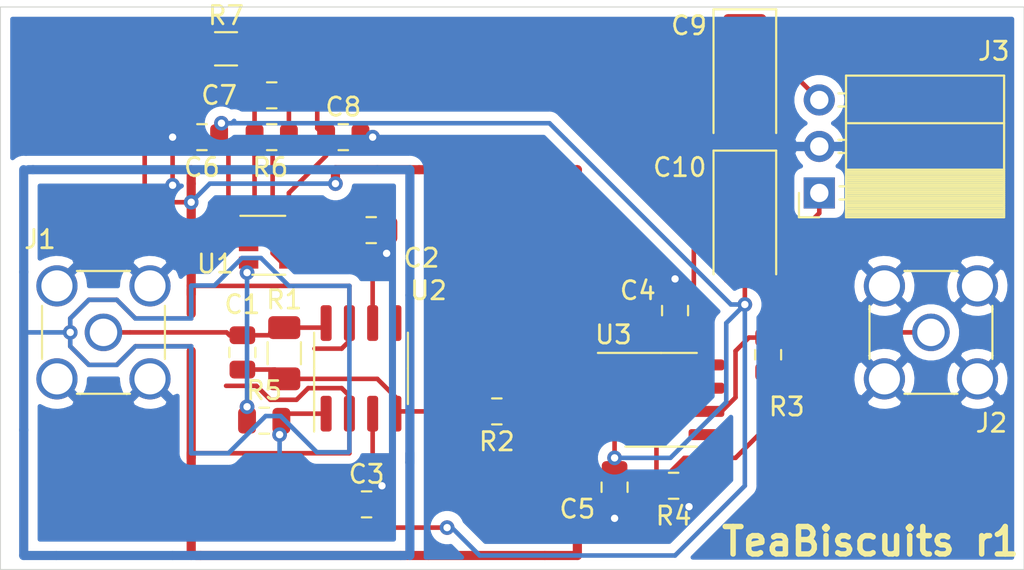
<source format=kicad_pcb>
(kicad_pcb (version 20171130) (host pcbnew 5.1.5)

  (general
    (thickness 1.6)
    (drawings 5)
    (tracks 266)
    (zones 0)
    (modules 23)
    (nets 16)
  )

  (page A4)
  (layers
    (0 F.Cu signal)
    (31 B.Cu signal)
    (32 B.Adhes user)
    (33 F.Adhes user)
    (34 B.Paste user)
    (35 F.Paste user)
    (36 B.SilkS user)
    (37 F.SilkS user)
    (38 B.Mask user)
    (39 F.Mask user)
    (40 Dwgs.User user)
    (41 Cmts.User user)
    (42 Eco1.User user)
    (43 Eco2.User user)
    (44 Edge.Cuts user)
    (45 Margin user)
    (46 B.CrtYd user)
    (47 F.CrtYd user)
    (48 B.Fab user)
    (49 F.Fab user)
  )

  (setup
    (last_trace_width 0.25)
    (trace_clearance 0.2)
    (zone_clearance 0.508)
    (zone_45_only no)
    (trace_min 0.2)
    (via_size 0.8)
    (via_drill 0.4)
    (via_min_size 0.4)
    (via_min_drill 0.3)
    (uvia_size 0.3)
    (uvia_drill 0.1)
    (uvias_allowed no)
    (uvia_min_size 0.2)
    (uvia_min_drill 0.1)
    (edge_width 0.05)
    (segment_width 0.2)
    (pcb_text_width 0.3)
    (pcb_text_size 1.5 1.5)
    (mod_edge_width 0.12)
    (mod_text_size 1 1)
    (mod_text_width 0.15)
    (pad_size 1.524 1.524)
    (pad_drill 0.762)
    (pad_to_mask_clearance 0.051)
    (solder_mask_min_width 0.25)
    (aux_axis_origin 0 0)
    (visible_elements FFFFFF7F)
    (pcbplotparams
      (layerselection 0x010fc_ffffffff)
      (usegerberextensions false)
      (usegerberattributes false)
      (usegerberadvancedattributes false)
      (creategerberjobfile false)
      (excludeedgelayer true)
      (linewidth 0.100000)
      (plotframeref false)
      (viasonmask false)
      (mode 1)
      (useauxorigin false)
      (hpglpennumber 1)
      (hpglpenspeed 20)
      (hpglpendiameter 15.000000)
      (psnegative false)
      (psa4output false)
      (plotreference true)
      (plotvalue true)
      (plotinvisibletext false)
      (padsonsilk false)
      (subtractmaskfromsilk false)
      (outputformat 1)
      (mirror false)
      (drillshape 0)
      (scaleselection 1)
      (outputdirectory "gerbers/"))
  )

  (net 0 "")
  (net 1 "Net-(C1-Pad2)")
  (net 2 "Net-(C1-Pad1)")
  (net 3 guard_drive)
  (net 4 +5V)
  (net 5 -5V)
  (net 6 "Net-(C7-Pad1)")
  (net 7 "Net-(C7-Pad2)")
  (net 8 "Net-(J2-Pad1)")
  (net 9 "Net-(R2-Pad1)")
  (net 10 "Net-(R3-Pad2)")
  (net 11 "Net-(R5-Pad1)")
  (net 12 guard)
  (net 13 "Net-(U3-Pad1)")
  (net 14 "Net-(U3-Pad5)")
  (net 15 "Net-(U3-Pad8)")

  (net_class Default "This is the default net class."
    (clearance 0.2)
    (trace_width 0.25)
    (via_dia 0.8)
    (via_drill 0.4)
    (uvia_dia 0.3)
    (uvia_drill 0.1)
    (add_net +5V)
    (add_net -5V)
    (add_net "Net-(C1-Pad1)")
    (add_net "Net-(C1-Pad2)")
    (add_net "Net-(C7-Pad1)")
    (add_net "Net-(C7-Pad2)")
    (add_net "Net-(J2-Pad1)")
    (add_net "Net-(R2-Pad1)")
    (add_net "Net-(R3-Pad2)")
    (add_net "Net-(R5-Pad1)")
    (add_net "Net-(U3-Pad1)")
    (add_net "Net-(U3-Pad5)")
    (add_net "Net-(U3-Pad8)")
    (add_net guard)
    (add_net guard_drive)
  )

  (module Capacitor_SMD:C_0805_2012Metric (layer F.Cu) (tedit 5B36C52B) (tstamp 5EF171EA)
    (at 132.0015 106.172)
    (descr "Capacitor SMD 0805 (2012 Metric), square (rectangular) end terminal, IPC_7351 nominal, (Body size source: https://docs.google.com/spreadsheets/d/1BsfQQcO9C6DZCsRaXUlFlo91Tg2WpOkGARC1WS5S8t0/edit?usp=sharing), generated with kicad-footprint-generator")
    (tags capacitor)
    (path /5EF19372)
    (attr smd)
    (fp_text reference C2 (at 2.7455 1.524) (layer F.SilkS)
      (effects (font (size 1 1) (thickness 0.15)))
    )
    (fp_text value 1uF (at 3.1265 0) (layer F.Fab)
      (effects (font (size 1 1) (thickness 0.15)))
    )
    (fp_text user %R (at 0 0) (layer F.Fab)
      (effects (font (size 0.5 0.5) (thickness 0.08)))
    )
    (fp_line (start 1.68 0.95) (end -1.68 0.95) (layer F.CrtYd) (width 0.05))
    (fp_line (start 1.68 -0.95) (end 1.68 0.95) (layer F.CrtYd) (width 0.05))
    (fp_line (start -1.68 -0.95) (end 1.68 -0.95) (layer F.CrtYd) (width 0.05))
    (fp_line (start -1.68 0.95) (end -1.68 -0.95) (layer F.CrtYd) (width 0.05))
    (fp_line (start -0.258578 0.71) (end 0.258578 0.71) (layer F.SilkS) (width 0.12))
    (fp_line (start -0.258578 -0.71) (end 0.258578 -0.71) (layer F.SilkS) (width 0.12))
    (fp_line (start 1 0.6) (end -1 0.6) (layer F.Fab) (width 0.1))
    (fp_line (start 1 -0.6) (end 1 0.6) (layer F.Fab) (width 0.1))
    (fp_line (start -1 -0.6) (end 1 -0.6) (layer F.Fab) (width 0.1))
    (fp_line (start -1 0.6) (end -1 -0.6) (layer F.Fab) (width 0.1))
    (pad 2 smd roundrect (at 0.9375 0) (size 0.975 1.4) (layers F.Cu F.Paste F.Mask) (roundrect_rratio 0.25)
      (net 3 guard_drive))
    (pad 1 smd roundrect (at -0.9375 0) (size 0.975 1.4) (layers F.Cu F.Paste F.Mask) (roundrect_rratio 0.25)
      (net 4 +5V))
    (model ${KISYS3DMOD}/Capacitor_SMD.3dshapes/C_0805_2012Metric.wrl
      (at (xyz 0 0 0))
      (scale (xyz 1 1 1))
      (rotate (xyz 0 0 0))
    )
  )

  (module Package_SO:SOIC-8_3.9x4.9mm_P1.27mm (layer F.Cu) (tedit 5D9F72B1) (tstamp 5EF1E3D2)
    (at 147.828 115.443)
    (descr "SOIC, 8 Pin (JEDEC MS-012AA, https://www.analog.com/media/en/package-pcb-resources/package/pkg_pdf/soic_narrow-r/r_8.pdf), generated with kicad-footprint-generator ipc_gullwing_generator.py")
    (tags "SOIC SO")
    (path /5EF1D654)
    (attr smd)
    (fp_text reference U3 (at -2.602 -3.556) (layer F.SilkS)
      (effects (font (size 1 1) (thickness 0.15)))
    )
    (fp_text value OP07 (at -1.205 11.684) (layer F.Fab) hide
      (effects (font (size 1 1) (thickness 0.15)))
    )
    (fp_line (start 0 2.56) (end 1.95 2.56) (layer F.SilkS) (width 0.12))
    (fp_line (start 0 2.56) (end -1.95 2.56) (layer F.SilkS) (width 0.12))
    (fp_line (start 0 -2.56) (end 1.95 -2.56) (layer F.SilkS) (width 0.12))
    (fp_line (start 0 -2.56) (end -3.45 -2.56) (layer F.SilkS) (width 0.12))
    (fp_line (start -0.975 -2.45) (end 1.95 -2.45) (layer F.Fab) (width 0.1))
    (fp_line (start 1.95 -2.45) (end 1.95 2.45) (layer F.Fab) (width 0.1))
    (fp_line (start 1.95 2.45) (end -1.95 2.45) (layer F.Fab) (width 0.1))
    (fp_line (start -1.95 2.45) (end -1.95 -1.475) (layer F.Fab) (width 0.1))
    (fp_line (start -1.95 -1.475) (end -0.975 -2.45) (layer F.Fab) (width 0.1))
    (fp_line (start -3.7 -2.7) (end -3.7 2.7) (layer F.CrtYd) (width 0.05))
    (fp_line (start -3.7 2.7) (end 3.7 2.7) (layer F.CrtYd) (width 0.05))
    (fp_line (start 3.7 2.7) (end 3.7 -2.7) (layer F.CrtYd) (width 0.05))
    (fp_line (start 3.7 -2.7) (end -3.7 -2.7) (layer F.CrtYd) (width 0.05))
    (fp_text user %R (at -2.602 -3.556) (layer F.Fab)
      (effects (font (size 0.98 0.98) (thickness 0.15)))
    )
    (pad 1 smd roundrect (at -2.475 -1.905) (size 1.95 0.6) (layers F.Cu F.Paste F.Mask) (roundrect_rratio 0.25)
      (net 13 "Net-(U3-Pad1)"))
    (pad 2 smd roundrect (at -2.475 -0.635) (size 1.95 0.6) (layers F.Cu F.Paste F.Mask) (roundrect_rratio 0.25)
      (net 10 "Net-(R3-Pad2)"))
    (pad 3 smd roundrect (at -2.475 0.635) (size 1.95 0.6) (layers F.Cu F.Paste F.Mask) (roundrect_rratio 0.25)
      (net 9 "Net-(R2-Pad1)"))
    (pad 4 smd roundrect (at -2.475 1.905) (size 1.95 0.6) (layers F.Cu F.Paste F.Mask) (roundrect_rratio 0.25)
      (net 5 -5V))
    (pad 5 smd roundrect (at 2.475 1.905) (size 1.95 0.6) (layers F.Cu F.Paste F.Mask) (roundrect_rratio 0.25)
      (net 14 "Net-(U3-Pad5)"))
    (pad 6 smd roundrect (at 2.475 0.635) (size 1.95 0.6) (layers F.Cu F.Paste F.Mask) (roundrect_rratio 0.25)
      (net 8 "Net-(J2-Pad1)"))
    (pad 7 smd roundrect (at 2.475 -0.635) (size 1.95 0.6) (layers F.Cu F.Paste F.Mask) (roundrect_rratio 0.25)
      (net 4 +5V))
    (pad 8 smd roundrect (at 2.475 -1.905) (size 1.95 0.6) (layers F.Cu F.Paste F.Mask) (roundrect_rratio 0.25)
      (net 15 "Net-(U3-Pad8)"))
    (model ${KISYS3DMOD}/Package_SO.3dshapes/SOIC-8_3.9x4.9mm_P1.27mm.wrl
      (at (xyz 0 0 0))
      (scale (xyz 1 1 1))
      (rotate (xyz 0 0 0))
    )
  )

  (module Package_TO_SOT_SMD:SOT-23-5 (layer F.Cu) (tedit 5A02FF57) (tstamp 5EF1FEFC)
    (at 126.408 107)
    (descr "5-pin SOT23 package")
    (tags SOT-23-5)
    (path /5EFA0A1E)
    (attr smd)
    (fp_text reference U1 (at -2.921 1.016) (layer F.SilkS)
      (effects (font (size 1 1) (thickness 0.15)))
    )
    (fp_text value LMP7715 (at -5.461 -0.254) (layer F.Fab)
      (effects (font (size 1 1) (thickness 0.15)))
    )
    (fp_text user %R (at 0 0 90) (layer F.Fab)
      (effects (font (size 0.5 0.5) (thickness 0.075)))
    )
    (fp_line (start -0.9 1.61) (end 0.9 1.61) (layer F.SilkS) (width 0.12))
    (fp_line (start 0.9 -1.61) (end -1.55 -1.61) (layer F.SilkS) (width 0.12))
    (fp_line (start -1.9 -1.8) (end 1.9 -1.8) (layer F.CrtYd) (width 0.05))
    (fp_line (start 1.9 -1.8) (end 1.9 1.8) (layer F.CrtYd) (width 0.05))
    (fp_line (start 1.9 1.8) (end -1.9 1.8) (layer F.CrtYd) (width 0.05))
    (fp_line (start -1.9 1.8) (end -1.9 -1.8) (layer F.CrtYd) (width 0.05))
    (fp_line (start -0.9 -0.9) (end -0.25 -1.55) (layer F.Fab) (width 0.1))
    (fp_line (start 0.9 -1.55) (end -0.25 -1.55) (layer F.Fab) (width 0.1))
    (fp_line (start -0.9 -0.9) (end -0.9 1.55) (layer F.Fab) (width 0.1))
    (fp_line (start 0.9 1.55) (end -0.9 1.55) (layer F.Fab) (width 0.1))
    (fp_line (start 0.9 -1.55) (end 0.9 1.55) (layer F.Fab) (width 0.1))
    (pad 1 smd rect (at -1.1 -0.95) (size 1.06 0.65) (layers F.Cu F.Paste F.Mask)
      (net 6 "Net-(C7-Pad1)"))
    (pad 2 smd rect (at -1.1 0) (size 1.06 0.65) (layers F.Cu F.Paste F.Mask)
      (net 5 -5V))
    (pad 3 smd rect (at -1.1 0.95) (size 1.06 0.65) (layers F.Cu F.Paste F.Mask)
      (net 11 "Net-(R5-Pad1)"))
    (pad 4 smd rect (at 1.1 0.95) (size 1.06 0.65) (layers F.Cu F.Paste F.Mask)
      (net 7 "Net-(C7-Pad2)"))
    (pad 5 smd rect (at 1.1 -0.95) (size 1.06 0.65) (layers F.Cu F.Paste F.Mask)
      (net 4 +5V))
    (model ${KISYS3DMOD}/Package_TO_SOT_SMD.3dshapes/SOT-23-5.wrl
      (at (xyz 0 0 0))
      (scale (xyz 1 1 1))
      (rotate (xyz 0 0 0))
    )
  )

  (module Package_SO:SOIC-8_3.9x4.9mm_P1.27mm (layer F.Cu) (tedit 5D9F72B1) (tstamp 5EF17D6E)
    (at 131.445 113.727 90)
    (descr "SOIC, 8 Pin (JEDEC MS-012AA, https://www.analog.com/media/en/package-pcb-resources/package/pkg_pdf/soic_narrow-r/r_8.pdf), generated with kicad-footprint-generator ipc_gullwing_generator.py")
    (tags "SOIC SO")
    (path /5EF0FCB2)
    (attr smd)
    (fp_text reference U2 (at 4.253 3.683 180) (layer F.SilkS)
      (effects (font (size 1 1) (thickness 0.15)))
    )
    (fp_text value LMP7721 (at -5.78 -4.572 180) (layer F.Fab)
      (effects (font (size 1 1) (thickness 0.15)))
    )
    (fp_text user %R (at 4.253 3.683 180) (layer F.Fab)
      (effects (font (size 0.98 0.98) (thickness 0.15)))
    )
    (fp_line (start 3.7 -2.7) (end -3.7 -2.7) (layer F.CrtYd) (width 0.05))
    (fp_line (start 3.7 2.7) (end 3.7 -2.7) (layer F.CrtYd) (width 0.05))
    (fp_line (start -3.7 2.7) (end 3.7 2.7) (layer F.CrtYd) (width 0.05))
    (fp_line (start -3.7 -2.7) (end -3.7 2.7) (layer F.CrtYd) (width 0.05))
    (fp_line (start -1.95 -1.475) (end -0.975 -2.45) (layer F.Fab) (width 0.1))
    (fp_line (start -1.95 2.45) (end -1.95 -1.475) (layer F.Fab) (width 0.1))
    (fp_line (start 1.95 2.45) (end -1.95 2.45) (layer F.Fab) (width 0.1))
    (fp_line (start 1.95 -2.45) (end 1.95 2.45) (layer F.Fab) (width 0.1))
    (fp_line (start -0.975 -2.45) (end 1.95 -2.45) (layer F.Fab) (width 0.1))
    (fp_line (start 0 -2.56) (end -3.45 -2.56) (layer F.SilkS) (width 0.12))
    (fp_line (start 0 -2.56) (end 1.95 -2.56) (layer F.SilkS) (width 0.12))
    (fp_line (start 0 2.56) (end -1.95 2.56) (layer F.SilkS) (width 0.12))
    (fp_line (start 0 2.56) (end 1.95 2.56) (layer F.SilkS) (width 0.12))
    (pad 8 smd roundrect (at 2.475 -1.905 90) (size 1.95 0.6) (layers F.Cu F.Paste F.Mask) (roundrect_rratio 0.25)
      (net 1 "Net-(C1-Pad2)"))
    (pad 7 smd roundrect (at 2.475 -0.635 90) (size 1.95 0.6) (layers F.Cu F.Paste F.Mask) (roundrect_rratio 0.25)
      (net 12 guard))
    (pad 6 smd roundrect (at 2.475 0.635 90) (size 1.95 0.6) (layers F.Cu F.Paste F.Mask) (roundrect_rratio 0.25)
      (net 4 +5V))
    (pad 5 smd roundrect (at 2.475 1.905 90) (size 1.95 0.6) (layers F.Cu F.Paste F.Mask) (roundrect_rratio 0.25))
    (pad 4 smd roundrect (at -2.475 1.905 90) (size 1.95 0.6) (layers F.Cu F.Paste F.Mask) (roundrect_rratio 0.25)
      (net 2 "Net-(C1-Pad1)"))
    (pad 3 smd roundrect (at -2.475 0.635 90) (size 1.95 0.6) (layers F.Cu F.Paste F.Mask) (roundrect_rratio 0.25)
      (net 5 -5V))
    (pad 2 smd roundrect (at -2.475 -0.635 90) (size 1.95 0.6) (layers F.Cu F.Paste F.Mask) (roundrect_rratio 0.25)
      (net 12 guard))
    (pad 1 smd roundrect (at -2.475 -1.905 90) (size 1.95 0.6) (layers F.Cu F.Paste F.Mask) (roundrect_rratio 0.25)
      (net 3 guard_drive))
    (model ${KISYS3DMOD}/Package_SO.3dshapes/SOIC-8_3.9x4.9mm_P1.27mm.wrl
      (at (xyz 0 0 0))
      (scale (xyz 1 1 1))
      (rotate (xyz 0 0 0))
    )
  )

  (module Capacitor_Tantalum_SMD:CP_EIA-6032-15_Kemet-U (layer F.Cu) (tedit 5B301BBE) (tstamp 5EF1E6E5)
    (at 152.4 105.5865 270)
    (descr "Tantalum Capacitor SMD Kemet-U (6032-15 Metric), IPC_7351 nominal, (Body size from: http://www.kemet.com/Lists/ProductCatalog/Attachments/253/KEM_TC101_STD.pdf), generated with kicad-footprint-generator")
    (tags "capacitor tantalum")
    (path /5F04C7B0)
    (attr smd)
    (fp_text reference C10 (at -2.8435 3.556 180) (layer F.SilkS)
      (effects (font (size 1 1) (thickness 0.15)))
    )
    (fp_text value CP (at -2.7165 4.318 180) (layer F.Fab) hide
      (effects (font (size 1 1) (thickness 0.15)))
    )
    (fp_text user %R (at -2.8435 3.556 180) (layer F.Fab)
      (effects (font (size 1 1) (thickness 0.15)))
    )
    (fp_line (start 3.75 1.85) (end -3.75 1.85) (layer F.CrtYd) (width 0.05))
    (fp_line (start 3.75 -1.85) (end 3.75 1.85) (layer F.CrtYd) (width 0.05))
    (fp_line (start -3.75 -1.85) (end 3.75 -1.85) (layer F.CrtYd) (width 0.05))
    (fp_line (start -3.75 1.85) (end -3.75 -1.85) (layer F.CrtYd) (width 0.05))
    (fp_line (start -3.76 1.71) (end 3 1.71) (layer F.SilkS) (width 0.12))
    (fp_line (start -3.76 -1.71) (end -3.76 1.71) (layer F.SilkS) (width 0.12))
    (fp_line (start 3 -1.71) (end -3.76 -1.71) (layer F.SilkS) (width 0.12))
    (fp_line (start 3 1.6) (end 3 -1.6) (layer F.Fab) (width 0.1))
    (fp_line (start -3 1.6) (end 3 1.6) (layer F.Fab) (width 0.1))
    (fp_line (start -3 -0.8) (end -3 1.6) (layer F.Fab) (width 0.1))
    (fp_line (start -2.2 -1.6) (end -3 -0.8) (layer F.Fab) (width 0.1))
    (fp_line (start 3 -1.6) (end -2.2 -1.6) (layer F.Fab) (width 0.1))
    (pad 2 smd roundrect (at 2.4625 0 270) (size 2.075 2.35) (layers F.Cu F.Paste F.Mask) (roundrect_rratio 0.120482)
      (net 5 -5V))
    (pad 1 smd roundrect (at -2.4625 0 270) (size 2.075 2.35) (layers F.Cu F.Paste F.Mask) (roundrect_rratio 0.120482)
      (net 3 guard_drive))
    (model ${KISYS3DMOD}/Capacitor_Tantalum_SMD.3dshapes/CP_EIA-6032-15_Kemet-U.wrl
      (at (xyz 0 0 0))
      (scale (xyz 1 1 1))
      (rotate (xyz 0 0 0))
    )
  )

  (module Connector_PinSocket_2.54mm:PinSocket_1x03_P2.54mm_Horizontal (layer F.Cu) (tedit 5A19A429) (tstamp 5EF1E087)
    (at 156.464 104.14 180)
    (descr "Through hole angled socket strip, 1x03, 2.54mm pitch, 8.51mm socket length, single row (from Kicad 4.0.7), script generated")
    (tags "Through hole angled socket strip THT 1x03 2.54mm single row")
    (path /5EF6AE6A)
    (fp_text reference J3 (at -9.525 7.747) (layer F.SilkS)
      (effects (font (size 1 1) (thickness 0.15)))
    )
    (fp_text value Conn_01x03_Male (at -19.685 5.969) (layer F.Fab) hide
      (effects (font (size 1 1) (thickness 0.15)))
    )
    (fp_line (start -10.03 -1.27) (end -2.49 -1.27) (layer F.Fab) (width 0.1))
    (fp_line (start -2.49 -1.27) (end -1.52 -0.3) (layer F.Fab) (width 0.1))
    (fp_line (start -1.52 -0.3) (end -1.52 6.35) (layer F.Fab) (width 0.1))
    (fp_line (start -1.52 6.35) (end -10.03 6.35) (layer F.Fab) (width 0.1))
    (fp_line (start -10.03 6.35) (end -10.03 -1.27) (layer F.Fab) (width 0.1))
    (fp_line (start 0 -0.3) (end -1.52 -0.3) (layer F.Fab) (width 0.1))
    (fp_line (start -1.52 0.3) (end 0 0.3) (layer F.Fab) (width 0.1))
    (fp_line (start 0 0.3) (end 0 -0.3) (layer F.Fab) (width 0.1))
    (fp_line (start 0 2.24) (end -1.52 2.24) (layer F.Fab) (width 0.1))
    (fp_line (start -1.52 2.84) (end 0 2.84) (layer F.Fab) (width 0.1))
    (fp_line (start 0 2.84) (end 0 2.24) (layer F.Fab) (width 0.1))
    (fp_line (start 0 4.78) (end -1.52 4.78) (layer F.Fab) (width 0.1))
    (fp_line (start -1.52 5.38) (end 0 5.38) (layer F.Fab) (width 0.1))
    (fp_line (start 0 5.38) (end 0 4.78) (layer F.Fab) (width 0.1))
    (fp_line (start -10.09 -1.21) (end -1.46 -1.21) (layer F.SilkS) (width 0.12))
    (fp_line (start -10.09 -1.091905) (end -1.46 -1.091905) (layer F.SilkS) (width 0.12))
    (fp_line (start -10.09 -0.97381) (end -1.46 -0.97381) (layer F.SilkS) (width 0.12))
    (fp_line (start -10.09 -0.855715) (end -1.46 -0.855715) (layer F.SilkS) (width 0.12))
    (fp_line (start -10.09 -0.73762) (end -1.46 -0.73762) (layer F.SilkS) (width 0.12))
    (fp_line (start -10.09 -0.619525) (end -1.46 -0.619525) (layer F.SilkS) (width 0.12))
    (fp_line (start -10.09 -0.50143) (end -1.46 -0.50143) (layer F.SilkS) (width 0.12))
    (fp_line (start -10.09 -0.383335) (end -1.46 -0.383335) (layer F.SilkS) (width 0.12))
    (fp_line (start -10.09 -0.26524) (end -1.46 -0.26524) (layer F.SilkS) (width 0.12))
    (fp_line (start -10.09 -0.147145) (end -1.46 -0.147145) (layer F.SilkS) (width 0.12))
    (fp_line (start -10.09 -0.02905) (end -1.46 -0.02905) (layer F.SilkS) (width 0.12))
    (fp_line (start -10.09 0.089045) (end -1.46 0.089045) (layer F.SilkS) (width 0.12))
    (fp_line (start -10.09 0.20714) (end -1.46 0.20714) (layer F.SilkS) (width 0.12))
    (fp_line (start -10.09 0.325235) (end -1.46 0.325235) (layer F.SilkS) (width 0.12))
    (fp_line (start -10.09 0.44333) (end -1.46 0.44333) (layer F.SilkS) (width 0.12))
    (fp_line (start -10.09 0.561425) (end -1.46 0.561425) (layer F.SilkS) (width 0.12))
    (fp_line (start -10.09 0.67952) (end -1.46 0.67952) (layer F.SilkS) (width 0.12))
    (fp_line (start -10.09 0.797615) (end -1.46 0.797615) (layer F.SilkS) (width 0.12))
    (fp_line (start -10.09 0.91571) (end -1.46 0.91571) (layer F.SilkS) (width 0.12))
    (fp_line (start -10.09 1.033805) (end -1.46 1.033805) (layer F.SilkS) (width 0.12))
    (fp_line (start -10.09 1.1519) (end -1.46 1.1519) (layer F.SilkS) (width 0.12))
    (fp_line (start -1.46 -0.36) (end -1.11 -0.36) (layer F.SilkS) (width 0.12))
    (fp_line (start -1.46 0.36) (end -1.11 0.36) (layer F.SilkS) (width 0.12))
    (fp_line (start -1.46 2.18) (end -1.05 2.18) (layer F.SilkS) (width 0.12))
    (fp_line (start -1.46 2.9) (end -1.05 2.9) (layer F.SilkS) (width 0.12))
    (fp_line (start -1.46 4.72) (end -1.05 4.72) (layer F.SilkS) (width 0.12))
    (fp_line (start -1.46 5.44) (end -1.05 5.44) (layer F.SilkS) (width 0.12))
    (fp_line (start -10.09 1.27) (end -1.46 1.27) (layer F.SilkS) (width 0.12))
    (fp_line (start -10.09 3.81) (end -1.46 3.81) (layer F.SilkS) (width 0.12))
    (fp_line (start -10.09 -1.33) (end -1.46 -1.33) (layer F.SilkS) (width 0.12))
    (fp_line (start -1.46 -1.33) (end -1.46 6.41) (layer F.SilkS) (width 0.12))
    (fp_line (start -10.09 6.41) (end -1.46 6.41) (layer F.SilkS) (width 0.12))
    (fp_line (start -10.09 -1.33) (end -10.09 6.41) (layer F.SilkS) (width 0.12))
    (fp_line (start 1.11 -1.33) (end 1.11 0) (layer F.SilkS) (width 0.12))
    (fp_line (start 0 -1.33) (end 1.11 -1.33) (layer F.SilkS) (width 0.12))
    (fp_line (start 1.75 -1.8) (end -10.55 -1.8) (layer F.CrtYd) (width 0.05))
    (fp_line (start -10.55 -1.8) (end -10.55 6.85) (layer F.CrtYd) (width 0.05))
    (fp_line (start -10.55 6.85) (end 1.75 6.85) (layer F.CrtYd) (width 0.05))
    (fp_line (start 1.75 6.85) (end 1.75 -1.8) (layer F.CrtYd) (width 0.05))
    (fp_text user %R (at -9.525 7.747) (layer F.Fab)
      (effects (font (size 1 1) (thickness 0.15)))
    )
    (pad 1 thru_hole rect (at 0 0 180) (size 1.7 1.7) (drill 1) (layers *.Cu *.Mask)
      (net 5 -5V))
    (pad 2 thru_hole oval (at 0 2.54 180) (size 1.7 1.7) (drill 1) (layers *.Cu *.Mask)
      (net 3 guard_drive))
    (pad 3 thru_hole oval (at 0 5.08 180) (size 1.7 1.7) (drill 1) (layers *.Cu *.Mask)
      (net 4 +5V))
    (model ${KISYS3DMOD}/Connector_PinSocket_2.54mm.3dshapes/PinSocket_1x03_P2.54mm_Horizontal.wrl
      (at (xyz 0 0 0))
      (scale (xyz 1 1 1))
      (rotate (xyz 0 0 0))
    )
  )

  (module Connector_Coaxial:SMA_Amphenol_901-144_Vertical (layer F.Cu) (tedit 5B2F4C32) (tstamp 5EF1DE4B)
    (at 117.384 111.76)
    (descr https://www.amphenolrf.com/downloads/dl/file/id/7023/product/3103/901_144_customer_drawing.pdf)
    (tags "SMA THT Female Jack Vertical")
    (path /5EF77AF4)
    (fp_text reference J1 (at -3.465 -5.08) (layer F.SilkS)
      (effects (font (size 1 1) (thickness 0.15)))
    )
    (fp_text value Conn_Coaxial (at -0.29 4.826) (layer F.Fab) hide
      (effects (font (size 1 1) (thickness 0.15)))
    )
    (fp_text user %R (at -3.465 -5.08) (layer F.Fab)
      (effects (font (size 1 1) (thickness 0.15)))
    )
    (fp_line (start -1.45 -3.355) (end 1.45 -3.355) (layer F.SilkS) (width 0.12))
    (fp_line (start -1.45 3.355) (end 1.45 3.355) (layer F.SilkS) (width 0.12))
    (fp_line (start 3.355 -1.45) (end 3.355 1.45) (layer F.SilkS) (width 0.12))
    (fp_line (start -3.355 -1.45) (end -3.355 1.45) (layer F.SilkS) (width 0.12))
    (fp_line (start 3.175 -3.175) (end 3.175 3.175) (layer F.Fab) (width 0.1))
    (fp_line (start -3.175 3.175) (end 3.175 3.175) (layer F.Fab) (width 0.1))
    (fp_line (start -3.175 -3.175) (end -3.175 3.175) (layer F.Fab) (width 0.1))
    (fp_line (start -3.175 -3.175) (end 3.175 -3.175) (layer F.Fab) (width 0.1))
    (fp_line (start -4.17 -4.17) (end 4.17 -4.17) (layer F.CrtYd) (width 0.05))
    (fp_line (start -4.17 -4.17) (end -4.17 4.17) (layer F.CrtYd) (width 0.05))
    (fp_line (start 4.17 4.17) (end 4.17 -4.17) (layer F.CrtYd) (width 0.05))
    (fp_line (start 4.17 4.17) (end -4.17 4.17) (layer F.CrtYd) (width 0.05))
    (fp_circle (center 0 0) (end 3.175 0) (layer F.Fab) (width 0.1))
    (fp_text user "PCB edge" (at -8.418 -3.302 90) (layer Dwgs.User) hide
      (effects (font (size 0.4 0.4) (thickness 0.06)))
    )
    (pad 2 thru_hole circle (at -2.54 2.54) (size 2.25 2.25) (drill 1.7) (layers *.Cu *.Mask)
      (net 3 guard_drive))
    (pad 2 thru_hole circle (at -2.54 -2.54) (size 2.25 2.25) (drill 1.7) (layers *.Cu *.Mask)
      (net 3 guard_drive))
    (pad 2 thru_hole circle (at 2.54 -2.54) (size 2.25 2.25) (drill 1.7) (layers *.Cu *.Mask)
      (net 3 guard_drive))
    (pad 2 thru_hole circle (at 2.54 2.54) (size 2.25 2.25) (drill 1.7) (layers *.Cu *.Mask)
      (net 3 guard_drive))
    (pad 1 thru_hole circle (at 0 0) (size 2.05 2.05) (drill 1.5) (layers *.Cu *.Mask)
      (net 1 "Net-(C1-Pad2)"))
    (model ${KISYS3DMOD}/Connector_Coaxial.3dshapes/SMA_Amphenol_901-144_Vertical.wrl
      (at (xyz 0 0 0))
      (scale (xyz 1 1 1))
      (rotate (xyz 0 0 0))
    )
  )

  (module Connector_Coaxial:SMA_Amphenol_901-144_Vertical (layer F.Cu) (tedit 5B2F4C32) (tstamp 5EF1DEEE)
    (at 162.56 111.76 180)
    (descr https://www.amphenolrf.com/downloads/dl/file/id/7023/product/3103/901_144_customer_drawing.pdf)
    (tags "SMA THT Female Jack Vertical")
    (path /5EF75958)
    (fp_text reference J2 (at -3.302 -4.953) (layer F.SilkS)
      (effects (font (size 1 1) (thickness 0.15)))
    )
    (fp_text value Conn_Coaxial (at -11.938 0.635) (layer F.Fab) hide
      (effects (font (size 1 1) (thickness 0.15)))
    )
    (fp_text user "PCB edge" (at -3.35 0 90) (layer Dwgs.User)
      (effects (font (size 0.4 0.4) (thickness 0.06)))
    )
    (fp_circle (center 0 0) (end 3.175 0) (layer F.Fab) (width 0.1))
    (fp_line (start 4.17 4.17) (end -4.17 4.17) (layer F.CrtYd) (width 0.05))
    (fp_line (start 4.17 4.17) (end 4.17 -4.17) (layer F.CrtYd) (width 0.05))
    (fp_line (start -4.17 -4.17) (end -4.17 4.17) (layer F.CrtYd) (width 0.05))
    (fp_line (start -4.17 -4.17) (end 4.17 -4.17) (layer F.CrtYd) (width 0.05))
    (fp_line (start -3.175 -3.175) (end 3.175 -3.175) (layer F.Fab) (width 0.1))
    (fp_line (start -3.175 -3.175) (end -3.175 3.175) (layer F.Fab) (width 0.1))
    (fp_line (start -3.175 3.175) (end 3.175 3.175) (layer F.Fab) (width 0.1))
    (fp_line (start 3.175 -3.175) (end 3.175 3.175) (layer F.Fab) (width 0.1))
    (fp_line (start -3.355 -1.45) (end -3.355 1.45) (layer F.SilkS) (width 0.12))
    (fp_line (start 3.355 -1.45) (end 3.355 1.45) (layer F.SilkS) (width 0.12))
    (fp_line (start -1.45 3.355) (end 1.45 3.355) (layer F.SilkS) (width 0.12))
    (fp_line (start -1.45 -3.355) (end 1.45 -3.355) (layer F.SilkS) (width 0.12))
    (fp_text user %R (at -3.302 -4.953) (layer F.Fab)
      (effects (font (size 1 1) (thickness 0.15)))
    )
    (pad 1 thru_hole circle (at 0 0 180) (size 2.05 2.05) (drill 1.5) (layers *.Cu *.Mask)
      (net 8 "Net-(J2-Pad1)"))
    (pad 2 thru_hole circle (at 2.54 2.54 180) (size 2.25 2.25) (drill 1.7) (layers *.Cu *.Mask)
      (net 3 guard_drive))
    (pad 2 thru_hole circle (at 2.54 -2.54 180) (size 2.25 2.25) (drill 1.7) (layers *.Cu *.Mask)
      (net 3 guard_drive))
    (pad 2 thru_hole circle (at -2.54 -2.54 180) (size 2.25 2.25) (drill 1.7) (layers *.Cu *.Mask)
      (net 3 guard_drive))
    (pad 2 thru_hole circle (at -2.54 2.54 180) (size 2.25 2.25) (drill 1.7) (layers *.Cu *.Mask)
      (net 3 guard_drive))
    (model ${KISYS3DMOD}/Connector_Coaxial.3dshapes/SMA_Amphenol_901-144_Vertical.wrl
      (at (xyz 0 0 0))
      (scale (xyz 1 1 1))
      (rotate (xyz 0 0 0))
    )
  )

  (module Resistor_SMD:R_0805_2012Metric (layer F.Cu) (tedit 5B36C52B) (tstamp 5EF1E276)
    (at 153.67 112.9815 270)
    (descr "Resistor SMD 0805 (2012 Metric), square (rectangular) end terminal, IPC_7351 nominal, (Body size source: https://docs.google.com/spreadsheets/d/1BsfQQcO9C6DZCsRaXUlFlo91Tg2WpOkGARC1WS5S8t0/edit?usp=sharing), generated with kicad-footprint-generator")
    (tags resistor)
    (path /5EF3A524)
    (attr smd)
    (fp_text reference R3 (at 2.8425 -1.016 180) (layer F.SilkS)
      (effects (font (size 1 1) (thickness 0.15)))
    )
    (fp_text value R (at 6.1445 -1.016 90) (layer F.Fab) hide
      (effects (font (size 1 1) (thickness 0.15)))
    )
    (fp_line (start -1 0.6) (end -1 -0.6) (layer F.Fab) (width 0.1))
    (fp_line (start -1 -0.6) (end 1 -0.6) (layer F.Fab) (width 0.1))
    (fp_line (start 1 -0.6) (end 1 0.6) (layer F.Fab) (width 0.1))
    (fp_line (start 1 0.6) (end -1 0.6) (layer F.Fab) (width 0.1))
    (fp_line (start -0.258578 -0.71) (end 0.258578 -0.71) (layer F.SilkS) (width 0.12))
    (fp_line (start -0.258578 0.71) (end 0.258578 0.71) (layer F.SilkS) (width 0.12))
    (fp_line (start -1.68 0.95) (end -1.68 -0.95) (layer F.CrtYd) (width 0.05))
    (fp_line (start -1.68 -0.95) (end 1.68 -0.95) (layer F.CrtYd) (width 0.05))
    (fp_line (start 1.68 -0.95) (end 1.68 0.95) (layer F.CrtYd) (width 0.05))
    (fp_line (start 1.68 0.95) (end -1.68 0.95) (layer F.CrtYd) (width 0.05))
    (fp_text user %R (at 0 0 90) (layer F.Fab)
      (effects (font (size 0.5 0.5) (thickness 0.08)))
    )
    (pad 1 smd roundrect (at -0.9375 0 270) (size 0.975 1.4) (layers F.Cu F.Paste F.Mask) (roundrect_rratio 0.25)
      (net 8 "Net-(J2-Pad1)"))
    (pad 2 smd roundrect (at 0.9375 0 270) (size 0.975 1.4) (layers F.Cu F.Paste F.Mask) (roundrect_rratio 0.25)
      (net 10 "Net-(R3-Pad2)"))
    (model ${KISYS3DMOD}/Resistor_SMD.3dshapes/R_0805_2012Metric.wrl
      (at (xyz 0 0 0))
      (scale (xyz 1 1 1))
      (rotate (xyz 0 0 0))
    )
  )

  (module Capacitor_SMD:C_0805_2012Metric (layer F.Cu) (tedit 5B36C52B) (tstamp 5EF18EE2)
    (at 124.968 112.8545 90)
    (descr "Capacitor SMD 0805 (2012 Metric), square (rectangular) end terminal, IPC_7351 nominal, (Body size source: https://docs.google.com/spreadsheets/d/1BsfQQcO9C6DZCsRaXUlFlo91Tg2WpOkGARC1WS5S8t0/edit?usp=sharing), generated with kicad-footprint-generator")
    (tags capacitor)
    (path /5EF10B8C)
    (attr smd)
    (fp_text reference C1 (at 2.6185 0 180) (layer F.SilkS)
      (effects (font (size 1 1) (thickness 0.15)))
    )
    (fp_text value 2pF (at -2.4615 0 180) (layer F.Fab)
      (effects (font (size 1 1) (thickness 0.15)))
    )
    (fp_text user %R (at 0 0 90) (layer F.Fab)
      (effects (font (size 0.5 0.5) (thickness 0.08)))
    )
    (fp_line (start 1.68 0.95) (end -1.68 0.95) (layer F.CrtYd) (width 0.05))
    (fp_line (start 1.68 -0.95) (end 1.68 0.95) (layer F.CrtYd) (width 0.05))
    (fp_line (start -1.68 -0.95) (end 1.68 -0.95) (layer F.CrtYd) (width 0.05))
    (fp_line (start -1.68 0.95) (end -1.68 -0.95) (layer F.CrtYd) (width 0.05))
    (fp_line (start -0.258578 0.71) (end 0.258578 0.71) (layer F.SilkS) (width 0.12))
    (fp_line (start -0.258578 -0.71) (end 0.258578 -0.71) (layer F.SilkS) (width 0.12))
    (fp_line (start 1 0.6) (end -1 0.6) (layer F.Fab) (width 0.1))
    (fp_line (start 1 -0.6) (end 1 0.6) (layer F.Fab) (width 0.1))
    (fp_line (start -1 -0.6) (end 1 -0.6) (layer F.Fab) (width 0.1))
    (fp_line (start -1 0.6) (end -1 -0.6) (layer F.Fab) (width 0.1))
    (pad 2 smd roundrect (at 0.9375 0 90) (size 0.975 1.4) (layers F.Cu F.Paste F.Mask) (roundrect_rratio 0.25)
      (net 1 "Net-(C1-Pad2)"))
    (pad 1 smd roundrect (at -0.9375 0 90) (size 0.975 1.4) (layers F.Cu F.Paste F.Mask) (roundrect_rratio 0.25)
      (net 2 "Net-(C1-Pad1)"))
    (model ${KISYS3DMOD}/Capacitor_SMD.3dshapes/C_0805_2012Metric.wrl
      (at (xyz 0 0 0))
      (scale (xyz 1 1 1))
      (rotate (xyz 0 0 0))
    )
  )

  (module Capacitor_SMD:C_0805_2012Metric (layer F.Cu) (tedit 5B36C52B) (tstamp 5EF1ABEA)
    (at 131.7475 121.158)
    (descr "Capacitor SMD 0805 (2012 Metric), square (rectangular) end terminal, IPC_7351 nominal, (Body size source: https://docs.google.com/spreadsheets/d/1BsfQQcO9C6DZCsRaXUlFlo91Tg2WpOkGARC1WS5S8t0/edit?usp=sharing), generated with kicad-footprint-generator")
    (tags capacitor)
    (path /5EF19A26)
    (attr smd)
    (fp_text reference C3 (at 0 -1.65) (layer F.SilkS)
      (effects (font (size 1 1) (thickness 0.15)))
    )
    (fp_text value 1uF (at 0 1.65) (layer F.Fab)
      (effects (font (size 1 1) (thickness 0.15)))
    )
    (fp_line (start -1 0.6) (end -1 -0.6) (layer F.Fab) (width 0.1))
    (fp_line (start -1 -0.6) (end 1 -0.6) (layer F.Fab) (width 0.1))
    (fp_line (start 1 -0.6) (end 1 0.6) (layer F.Fab) (width 0.1))
    (fp_line (start 1 0.6) (end -1 0.6) (layer F.Fab) (width 0.1))
    (fp_line (start -0.258578 -0.71) (end 0.258578 -0.71) (layer F.SilkS) (width 0.12))
    (fp_line (start -0.258578 0.71) (end 0.258578 0.71) (layer F.SilkS) (width 0.12))
    (fp_line (start -1.68 0.95) (end -1.68 -0.95) (layer F.CrtYd) (width 0.05))
    (fp_line (start -1.68 -0.95) (end 1.68 -0.95) (layer F.CrtYd) (width 0.05))
    (fp_line (start 1.68 -0.95) (end 1.68 0.95) (layer F.CrtYd) (width 0.05))
    (fp_line (start 1.68 0.95) (end -1.68 0.95) (layer F.CrtYd) (width 0.05))
    (fp_text user %R (at 0 0) (layer F.Fab)
      (effects (font (size 0.5 0.5) (thickness 0.08)))
    )
    (pad 1 smd roundrect (at -0.9375 0) (size 0.975 1.4) (layers F.Cu F.Paste F.Mask) (roundrect_rratio 0.25)
      (net 5 -5V))
    (pad 2 smd roundrect (at 0.9375 0) (size 0.975 1.4) (layers F.Cu F.Paste F.Mask) (roundrect_rratio 0.25)
      (net 3 guard_drive))
    (model ${KISYS3DMOD}/Capacitor_SMD.3dshapes/C_0805_2012Metric.wrl
      (at (xyz 0 0 0))
      (scale (xyz 1 1 1))
      (rotate (xyz 0 0 0))
    )
  )

  (module Capacitor_SMD:C_0805_2012Metric (layer F.Cu) (tedit 5B36C52B) (tstamp 5EF1B345)
    (at 148.59 110.5685 90)
    (descr "Capacitor SMD 0805 (2012 Metric), square (rectangular) end terminal, IPC_7351 nominal, (Body size source: https://docs.google.com/spreadsheets/d/1BsfQQcO9C6DZCsRaXUlFlo91Tg2WpOkGARC1WS5S8t0/edit?usp=sharing), generated with kicad-footprint-generator")
    (tags capacitor)
    (path /5EF23825)
    (attr smd)
    (fp_text reference C4 (at 1.0945 -2.032 180) (layer F.SilkS)
      (effects (font (size 1 1) (thickness 0.15)))
    )
    (fp_text value 10nF (at 2.4915 -2.921 180) (layer F.Fab)
      (effects (font (size 1 1) (thickness 0.15)))
    )
    (fp_text user %R (at 0 0 90) (layer F.Fab)
      (effects (font (size 0.5 0.5) (thickness 0.08)))
    )
    (fp_line (start 1.68 0.95) (end -1.68 0.95) (layer F.CrtYd) (width 0.05))
    (fp_line (start 1.68 -0.95) (end 1.68 0.95) (layer F.CrtYd) (width 0.05))
    (fp_line (start -1.68 -0.95) (end 1.68 -0.95) (layer F.CrtYd) (width 0.05))
    (fp_line (start -1.68 0.95) (end -1.68 -0.95) (layer F.CrtYd) (width 0.05))
    (fp_line (start -0.258578 0.71) (end 0.258578 0.71) (layer F.SilkS) (width 0.12))
    (fp_line (start -0.258578 -0.71) (end 0.258578 -0.71) (layer F.SilkS) (width 0.12))
    (fp_line (start 1 0.6) (end -1 0.6) (layer F.Fab) (width 0.1))
    (fp_line (start 1 -0.6) (end 1 0.6) (layer F.Fab) (width 0.1))
    (fp_line (start -1 -0.6) (end 1 -0.6) (layer F.Fab) (width 0.1))
    (fp_line (start -1 0.6) (end -1 -0.6) (layer F.Fab) (width 0.1))
    (pad 2 smd roundrect (at 0.9375 0 90) (size 0.975 1.4) (layers F.Cu F.Paste F.Mask) (roundrect_rratio 0.25)
      (net 3 guard_drive))
    (pad 1 smd roundrect (at -0.9375 0 90) (size 0.975 1.4) (layers F.Cu F.Paste F.Mask) (roundrect_rratio 0.25)
      (net 4 +5V))
    (model ${KISYS3DMOD}/Capacitor_SMD.3dshapes/C_0805_2012Metric.wrl
      (at (xyz 0 0 0))
      (scale (xyz 1 1 1))
      (rotate (xyz 0 0 0))
    )
  )

  (module Capacitor_SMD:C_0805_2012Metric (layer F.Cu) (tedit 5B36C52B) (tstamp 5EF1721D)
    (at 145.288 120.2205 270)
    (descr "Capacitor SMD 0805 (2012 Metric), square (rectangular) end terminal, IPC_7351 nominal, (Body size source: https://docs.google.com/spreadsheets/d/1BsfQQcO9C6DZCsRaXUlFlo91Tg2WpOkGARC1WS5S8t0/edit?usp=sharing), generated with kicad-footprint-generator")
    (tags capacitor)
    (path /5EF2382F)
    (attr smd)
    (fp_text reference C5 (at 1.1915 2.032 180) (layer F.SilkS)
      (effects (font (size 1 1) (thickness 0.15)))
    )
    (fp_text value 10nF (at -0.0785 2.667 180) (layer F.Fab)
      (effects (font (size 1 1) (thickness 0.15)))
    )
    (fp_line (start -1 0.6) (end -1 -0.6) (layer F.Fab) (width 0.1))
    (fp_line (start -1 -0.6) (end 1 -0.6) (layer F.Fab) (width 0.1))
    (fp_line (start 1 -0.6) (end 1 0.6) (layer F.Fab) (width 0.1))
    (fp_line (start 1 0.6) (end -1 0.6) (layer F.Fab) (width 0.1))
    (fp_line (start -0.258578 -0.71) (end 0.258578 -0.71) (layer F.SilkS) (width 0.12))
    (fp_line (start -0.258578 0.71) (end 0.258578 0.71) (layer F.SilkS) (width 0.12))
    (fp_line (start -1.68 0.95) (end -1.68 -0.95) (layer F.CrtYd) (width 0.05))
    (fp_line (start -1.68 -0.95) (end 1.68 -0.95) (layer F.CrtYd) (width 0.05))
    (fp_line (start 1.68 -0.95) (end 1.68 0.95) (layer F.CrtYd) (width 0.05))
    (fp_line (start 1.68 0.95) (end -1.68 0.95) (layer F.CrtYd) (width 0.05))
    (fp_text user %R (at 0 0 90) (layer F.Fab)
      (effects (font (size 0.5 0.5) (thickness 0.08)))
    )
    (pad 1 smd roundrect (at -0.9375 0 270) (size 0.975 1.4) (layers F.Cu F.Paste F.Mask) (roundrect_rratio 0.25)
      (net 5 -5V))
    (pad 2 smd roundrect (at 0.9375 0 270) (size 0.975 1.4) (layers F.Cu F.Paste F.Mask) (roundrect_rratio 0.25)
      (net 3 guard_drive))
    (model ${KISYS3DMOD}/Capacitor_SMD.3dshapes/C_0805_2012Metric.wrl
      (at (xyz 0 0 0))
      (scale (xyz 1 1 1))
      (rotate (xyz 0 0 0))
    )
  )

  (module Capacitor_SMD:C_0805_2012Metric (layer F.Cu) (tedit 5B36C52B) (tstamp 5EF1FB5F)
    (at 122.7605 101.092 180)
    (descr "Capacitor SMD 0805 (2012 Metric), square (rectangular) end terminal, IPC_7351 nominal, (Body size source: https://docs.google.com/spreadsheets/d/1BsfQQcO9C6DZCsRaXUlFlo91Tg2WpOkGARC1WS5S8t0/edit?usp=sharing), generated with kicad-footprint-generator")
    (tags capacitor)
    (path /5EFC38F1)
    (attr smd)
    (fp_text reference C6 (at 0 -1.65) (layer F.SilkS)
      (effects (font (size 1 1) (thickness 0.15)))
    )
    (fp_text value 100nF (at 4.6505 -0.127) (layer F.Fab)
      (effects (font (size 1 1) (thickness 0.15)))
    )
    (fp_text user %R (at 0 0) (layer F.Fab)
      (effects (font (size 0.5 0.5) (thickness 0.08)))
    )
    (fp_line (start 1.68 0.95) (end -1.68 0.95) (layer F.CrtYd) (width 0.05))
    (fp_line (start 1.68 -0.95) (end 1.68 0.95) (layer F.CrtYd) (width 0.05))
    (fp_line (start -1.68 -0.95) (end 1.68 -0.95) (layer F.CrtYd) (width 0.05))
    (fp_line (start -1.68 0.95) (end -1.68 -0.95) (layer F.CrtYd) (width 0.05))
    (fp_line (start -0.258578 0.71) (end 0.258578 0.71) (layer F.SilkS) (width 0.12))
    (fp_line (start -0.258578 -0.71) (end 0.258578 -0.71) (layer F.SilkS) (width 0.12))
    (fp_line (start 1 0.6) (end -1 0.6) (layer F.Fab) (width 0.1))
    (fp_line (start 1 -0.6) (end 1 0.6) (layer F.Fab) (width 0.1))
    (fp_line (start -1 -0.6) (end 1 -0.6) (layer F.Fab) (width 0.1))
    (fp_line (start -1 0.6) (end -1 -0.6) (layer F.Fab) (width 0.1))
    (pad 2 smd roundrect (at 0.9375 0 180) (size 0.975 1.4) (layers F.Cu F.Paste F.Mask) (roundrect_rratio 0.25)
      (net 3 guard_drive))
    (pad 1 smd roundrect (at -0.9375 0 180) (size 0.975 1.4) (layers F.Cu F.Paste F.Mask) (roundrect_rratio 0.25)
      (net 5 -5V))
    (model ${KISYS3DMOD}/Capacitor_SMD.3dshapes/C_0805_2012Metric.wrl
      (at (xyz 0 0 0))
      (scale (xyz 1 1 1))
      (rotate (xyz 0 0 0))
    )
  )

  (module Capacitor_SMD:C_0805_2012Metric (layer F.Cu) (tedit 5B36C52B) (tstamp 5EF1FBF2)
    (at 126.5705 98.806)
    (descr "Capacitor SMD 0805 (2012 Metric), square (rectangular) end terminal, IPC_7351 nominal, (Body size source: https://docs.google.com/spreadsheets/d/1BsfQQcO9C6DZCsRaXUlFlo91Tg2WpOkGARC1WS5S8t0/edit?usp=sharing), generated with kicad-footprint-generator")
    (tags capacitor)
    (path /5EFD655E)
    (attr smd)
    (fp_text reference C7 (at -2.8725 0) (layer F.SilkS)
      (effects (font (size 1 1) (thickness 0.15)))
    )
    (fp_text value C (at 1.8265 -8.001) (layer F.Fab) hide
      (effects (font (size 1 1) (thickness 0.15)))
    )
    (fp_line (start -1 0.6) (end -1 -0.6) (layer F.Fab) (width 0.1))
    (fp_line (start -1 -0.6) (end 1 -0.6) (layer F.Fab) (width 0.1))
    (fp_line (start 1 -0.6) (end 1 0.6) (layer F.Fab) (width 0.1))
    (fp_line (start 1 0.6) (end -1 0.6) (layer F.Fab) (width 0.1))
    (fp_line (start -0.258578 -0.71) (end 0.258578 -0.71) (layer F.SilkS) (width 0.12))
    (fp_line (start -0.258578 0.71) (end 0.258578 0.71) (layer F.SilkS) (width 0.12))
    (fp_line (start -1.68 0.95) (end -1.68 -0.95) (layer F.CrtYd) (width 0.05))
    (fp_line (start -1.68 -0.95) (end 1.68 -0.95) (layer F.CrtYd) (width 0.05))
    (fp_line (start 1.68 -0.95) (end 1.68 0.95) (layer F.CrtYd) (width 0.05))
    (fp_line (start 1.68 0.95) (end -1.68 0.95) (layer F.CrtYd) (width 0.05))
    (fp_text user %R (at 0 0) (layer F.Fab)
      (effects (font (size 0.5 0.5) (thickness 0.08)))
    )
    (pad 1 smd roundrect (at -0.9375 0) (size 0.975 1.4) (layers F.Cu F.Paste F.Mask) (roundrect_rratio 0.25)
      (net 6 "Net-(C7-Pad1)"))
    (pad 2 smd roundrect (at 0.9375 0) (size 0.975 1.4) (layers F.Cu F.Paste F.Mask) (roundrect_rratio 0.25)
      (net 7 "Net-(C7-Pad2)"))
    (model ${KISYS3DMOD}/Capacitor_SMD.3dshapes/C_0805_2012Metric.wrl
      (at (xyz 0 0 0))
      (scale (xyz 1 1 1))
      (rotate (xyz 0 0 0))
    )
  )

  (module Capacitor_SMD:C_0805_2012Metric (layer F.Cu) (tedit 5B36C52B) (tstamp 5EF1FC52)
    (at 130.4775 101.092)
    (descr "Capacitor SMD 0805 (2012 Metric), square (rectangular) end terminal, IPC_7351 nominal, (Body size source: https://docs.google.com/spreadsheets/d/1BsfQQcO9C6DZCsRaXUlFlo91Tg2WpOkGARC1WS5S8t0/edit?usp=sharing), generated with kicad-footprint-generator")
    (tags capacitor)
    (path /5EFC47E6)
    (attr smd)
    (fp_text reference C8 (at 0 -1.65) (layer F.SilkS)
      (effects (font (size 1 1) (thickness 0.15)))
    )
    (fp_text value 100nF (at 4.5235 -0.381) (layer F.Fab)
      (effects (font (size 1 1) (thickness 0.15)))
    )
    (fp_line (start -1 0.6) (end -1 -0.6) (layer F.Fab) (width 0.1))
    (fp_line (start -1 -0.6) (end 1 -0.6) (layer F.Fab) (width 0.1))
    (fp_line (start 1 -0.6) (end 1 0.6) (layer F.Fab) (width 0.1))
    (fp_line (start 1 0.6) (end -1 0.6) (layer F.Fab) (width 0.1))
    (fp_line (start -0.258578 -0.71) (end 0.258578 -0.71) (layer F.SilkS) (width 0.12))
    (fp_line (start -0.258578 0.71) (end 0.258578 0.71) (layer F.SilkS) (width 0.12))
    (fp_line (start -1.68 0.95) (end -1.68 -0.95) (layer F.CrtYd) (width 0.05))
    (fp_line (start -1.68 -0.95) (end 1.68 -0.95) (layer F.CrtYd) (width 0.05))
    (fp_line (start 1.68 -0.95) (end 1.68 0.95) (layer F.CrtYd) (width 0.05))
    (fp_line (start 1.68 0.95) (end -1.68 0.95) (layer F.CrtYd) (width 0.05))
    (fp_text user %R (at 0 0) (layer F.Fab)
      (effects (font (size 0.5 0.5) (thickness 0.08)))
    )
    (pad 1 smd roundrect (at -0.9375 0) (size 0.975 1.4) (layers F.Cu F.Paste F.Mask) (roundrect_rratio 0.25)
      (net 4 +5V))
    (pad 2 smd roundrect (at 0.9375 0) (size 0.975 1.4) (layers F.Cu F.Paste F.Mask) (roundrect_rratio 0.25)
      (net 3 guard_drive))
    (model ${KISYS3DMOD}/Capacitor_SMD.3dshapes/C_0805_2012Metric.wrl
      (at (xyz 0 0 0))
      (scale (xyz 1 1 1))
      (rotate (xyz 0 0 0))
    )
  )

  (module Capacitor_Tantalum_SMD:CP_EIA-6032-15_Kemet-U (layer F.Cu) (tedit 5B301BBE) (tstamp 5EF1E5F2)
    (at 152.4 97.8675 270)
    (descr "Tantalum Capacitor SMD Kemet-U (6032-15 Metric), IPC_7351 nominal, (Body size from: http://www.kemet.com/Lists/ProductCatalog/Attachments/253/KEM_TC101_STD.pdf), generated with kicad-footprint-generator")
    (tags "capacitor tantalum")
    (path /5F044C79)
    (attr smd)
    (fp_text reference C9 (at -2.8715 3.048 180) (layer F.SilkS)
      (effects (font (size 1 1) (thickness 0.15)))
    )
    (fp_text value CP (at -7.8245 3.048 90) (layer F.Fab) hide
      (effects (font (size 1 1) (thickness 0.15)))
    )
    (fp_line (start 3 -1.6) (end -2.2 -1.6) (layer F.Fab) (width 0.1))
    (fp_line (start -2.2 -1.6) (end -3 -0.8) (layer F.Fab) (width 0.1))
    (fp_line (start -3 -0.8) (end -3 1.6) (layer F.Fab) (width 0.1))
    (fp_line (start -3 1.6) (end 3 1.6) (layer F.Fab) (width 0.1))
    (fp_line (start 3 1.6) (end 3 -1.6) (layer F.Fab) (width 0.1))
    (fp_line (start 3 -1.71) (end -3.76 -1.71) (layer F.SilkS) (width 0.12))
    (fp_line (start -3.76 -1.71) (end -3.76 1.71) (layer F.SilkS) (width 0.12))
    (fp_line (start -3.76 1.71) (end 3 1.71) (layer F.SilkS) (width 0.12))
    (fp_line (start -3.75 1.85) (end -3.75 -1.85) (layer F.CrtYd) (width 0.05))
    (fp_line (start -3.75 -1.85) (end 3.75 -1.85) (layer F.CrtYd) (width 0.05))
    (fp_line (start 3.75 -1.85) (end 3.75 1.85) (layer F.CrtYd) (width 0.05))
    (fp_line (start 3.75 1.85) (end -3.75 1.85) (layer F.CrtYd) (width 0.05))
    (fp_text user %R (at -2.8715 3.048 180) (layer F.Fab)
      (effects (font (size 1 1) (thickness 0.15)))
    )
    (pad 1 smd roundrect (at -2.4625 0 270) (size 2.075 2.35) (layers F.Cu F.Paste F.Mask) (roundrect_rratio 0.120482)
      (net 4 +5V))
    (pad 2 smd roundrect (at 2.4625 0 270) (size 2.075 2.35) (layers F.Cu F.Paste F.Mask) (roundrect_rratio 0.120482)
      (net 3 guard_drive))
    (model ${KISYS3DMOD}/Capacitor_Tantalum_SMD.3dshapes/CP_EIA-6032-15_Kemet-U.wrl
      (at (xyz 0 0 0))
      (scale (xyz 1 1 1))
      (rotate (xyz 0 0 0))
    )
  )

  (module Resistor_SMD:R_1206_3216Metric (layer F.Cu) (tedit 5B301BBD) (tstamp 5EF1E471)
    (at 127.254 112.9 90)
    (descr "Resistor SMD 1206 (3216 Metric), square (rectangular) end terminal, IPC_7351 nominal, (Body size source: http://www.tortai-tech.com/upload/download/2011102023233369053.pdf), generated with kicad-footprint-generator")
    (tags resistor)
    (path /5EF10474)
    (attr smd)
    (fp_text reference R1 (at 2.924 0 180) (layer F.SilkS)
      (effects (font (size 1 1) (thickness 0.15)))
    )
    (fp_text value 20M (at -13.465 0 180) (layer F.Fab) hide
      (effects (font (size 1 1) (thickness 0.15)))
    )
    (fp_line (start -1.6 0.8) (end -1.6 -0.8) (layer F.Fab) (width 0.1))
    (fp_line (start -1.6 -0.8) (end 1.6 -0.8) (layer F.Fab) (width 0.1))
    (fp_line (start 1.6 -0.8) (end 1.6 0.8) (layer F.Fab) (width 0.1))
    (fp_line (start 1.6 0.8) (end -1.6 0.8) (layer F.Fab) (width 0.1))
    (fp_line (start -0.602064 -0.91) (end 0.602064 -0.91) (layer F.SilkS) (width 0.12))
    (fp_line (start -0.602064 0.91) (end 0.602064 0.91) (layer F.SilkS) (width 0.12))
    (fp_line (start -2.28 1.12) (end -2.28 -1.12) (layer F.CrtYd) (width 0.05))
    (fp_line (start -2.28 -1.12) (end 2.28 -1.12) (layer F.CrtYd) (width 0.05))
    (fp_line (start 2.28 -1.12) (end 2.28 1.12) (layer F.CrtYd) (width 0.05))
    (fp_line (start 2.28 1.12) (end -2.28 1.12) (layer F.CrtYd) (width 0.05))
    (fp_text user %R (at 2.924 0 180) (layer F.Fab)
      (effects (font (size 0.8 0.8) (thickness 0.12)))
    )
    (pad 1 smd roundrect (at -1.4 0 90) (size 1.25 1.75) (layers F.Cu F.Paste F.Mask) (roundrect_rratio 0.2)
      (net 2 "Net-(C1-Pad1)"))
    (pad 2 smd roundrect (at 1.4 0 90) (size 1.25 1.75) (layers F.Cu F.Paste F.Mask) (roundrect_rratio 0.2)
      (net 1 "Net-(C1-Pad2)"))
    (model ${KISYS3DMOD}/Resistor_SMD.3dshapes/R_1206_3216Metric.wrl
      (at (xyz 0 0 0))
      (scale (xyz 1 1 1))
      (rotate (xyz 0 0 0))
    )
  )

  (module Resistor_SMD:R_0805_2012Metric (layer F.Cu) (tedit 5B36C52B) (tstamp 5EF1730D)
    (at 138.8595 116.078 180)
    (descr "Resistor SMD 0805 (2012 Metric), square (rectangular) end terminal, IPC_7351 nominal, (Body size source: https://docs.google.com/spreadsheets/d/1BsfQQcO9C6DZCsRaXUlFlo91Tg2WpOkGARC1WS5S8t0/edit?usp=sharing), generated with kicad-footprint-generator")
    (tags resistor)
    (path /5EF48B4D)
    (attr smd)
    (fp_text reference R2 (at 0 -1.65) (layer F.SilkS)
      (effects (font (size 1 1) (thickness 0.15)))
    )
    (fp_text value 100 (at 0 1.65) (layer F.Fab)
      (effects (font (size 1 1) (thickness 0.15)))
    )
    (fp_line (start -1 0.6) (end -1 -0.6) (layer F.Fab) (width 0.1))
    (fp_line (start -1 -0.6) (end 1 -0.6) (layer F.Fab) (width 0.1))
    (fp_line (start 1 -0.6) (end 1 0.6) (layer F.Fab) (width 0.1))
    (fp_line (start 1 0.6) (end -1 0.6) (layer F.Fab) (width 0.1))
    (fp_line (start -0.258578 -0.71) (end 0.258578 -0.71) (layer F.SilkS) (width 0.12))
    (fp_line (start -0.258578 0.71) (end 0.258578 0.71) (layer F.SilkS) (width 0.12))
    (fp_line (start -1.68 0.95) (end -1.68 -0.95) (layer F.CrtYd) (width 0.05))
    (fp_line (start -1.68 -0.95) (end 1.68 -0.95) (layer F.CrtYd) (width 0.05))
    (fp_line (start 1.68 -0.95) (end 1.68 0.95) (layer F.CrtYd) (width 0.05))
    (fp_line (start 1.68 0.95) (end -1.68 0.95) (layer F.CrtYd) (width 0.05))
    (fp_text user %R (at 0 0) (layer F.Fab)
      (effects (font (size 0.5 0.5) (thickness 0.08)))
    )
    (pad 1 smd roundrect (at -0.9375 0 180) (size 0.975 1.4) (layers F.Cu F.Paste F.Mask) (roundrect_rratio 0.25)
      (net 9 "Net-(R2-Pad1)"))
    (pad 2 smd roundrect (at 0.9375 0 180) (size 0.975 1.4) (layers F.Cu F.Paste F.Mask) (roundrect_rratio 0.25)
      (net 2 "Net-(C1-Pad1)"))
    (model ${KISYS3DMOD}/Resistor_SMD.3dshapes/R_0805_2012Metric.wrl
      (at (xyz 0 0 0))
      (scale (xyz 1 1 1))
      (rotate (xyz 0 0 0))
    )
  )

  (module Resistor_SMD:R_0805_2012Metric (layer F.Cu) (tedit 5B36C52B) (tstamp 5EF19935)
    (at 148.5115 120.142 180)
    (descr "Resistor SMD 0805 (2012 Metric), square (rectangular) end terminal, IPC_7351 nominal, (Body size source: https://docs.google.com/spreadsheets/d/1BsfQQcO9C6DZCsRaXUlFlo91Tg2WpOkGARC1WS5S8t0/edit?usp=sharing), generated with kicad-footprint-generator")
    (tags resistor)
    (path /5EF3B232)
    (attr smd)
    (fp_text reference R4 (at 0 -1.65) (layer F.SilkS)
      (effects (font (size 1 1) (thickness 0.15)))
    )
    (fp_text value R (at 0 1.65) (layer F.Fab)
      (effects (font (size 1 1) (thickness 0.15)))
    )
    (fp_text user %R (at 0 0) (layer F.Fab)
      (effects (font (size 0.5 0.5) (thickness 0.08)))
    )
    (fp_line (start 1.68 0.95) (end -1.68 0.95) (layer F.CrtYd) (width 0.05))
    (fp_line (start 1.68 -0.95) (end 1.68 0.95) (layer F.CrtYd) (width 0.05))
    (fp_line (start -1.68 -0.95) (end 1.68 -0.95) (layer F.CrtYd) (width 0.05))
    (fp_line (start -1.68 0.95) (end -1.68 -0.95) (layer F.CrtYd) (width 0.05))
    (fp_line (start -0.258578 0.71) (end 0.258578 0.71) (layer F.SilkS) (width 0.12))
    (fp_line (start -0.258578 -0.71) (end 0.258578 -0.71) (layer F.SilkS) (width 0.12))
    (fp_line (start 1 0.6) (end -1 0.6) (layer F.Fab) (width 0.1))
    (fp_line (start 1 -0.6) (end 1 0.6) (layer F.Fab) (width 0.1))
    (fp_line (start -1 -0.6) (end 1 -0.6) (layer F.Fab) (width 0.1))
    (fp_line (start -1 0.6) (end -1 -0.6) (layer F.Fab) (width 0.1))
    (pad 2 smd roundrect (at 0.9375 0 180) (size 0.975 1.4) (layers F.Cu F.Paste F.Mask) (roundrect_rratio 0.25)
      (net 10 "Net-(R3-Pad2)"))
    (pad 1 smd roundrect (at -0.9375 0 180) (size 0.975 1.4) (layers F.Cu F.Paste F.Mask) (roundrect_rratio 0.25)
      (net 3 guard_drive))
    (model ${KISYS3DMOD}/Resistor_SMD.3dshapes/R_0805_2012Metric.wrl
      (at (xyz 0 0 0))
      (scale (xyz 1 1 1))
      (rotate (xyz 0 0 0))
    )
  )

  (module Resistor_SMD:R_0805_2012Metric (layer F.Cu) (tedit 5B36C52B) (tstamp 5EF1AF83)
    (at 126.1595 116.586)
    (descr "Resistor SMD 0805 (2012 Metric), square (rectangular) end terminal, IPC_7351 nominal, (Body size source: https://docs.google.com/spreadsheets/d/1BsfQQcO9C6DZCsRaXUlFlo91Tg2WpOkGARC1WS5S8t0/edit?usp=sharing), generated with kicad-footprint-generator")
    (tags resistor)
    (path /5F00A2B4)
    (attr smd)
    (fp_text reference R5 (at 0 -1.65) (layer F.SilkS)
      (effects (font (size 1 1) (thickness 0.15)))
    )
    (fp_text value 10K (at -3.0965 0.127) (layer F.Fab)
      (effects (font (size 1 1) (thickness 0.15)))
    )
    (fp_line (start -1 0.6) (end -1 -0.6) (layer F.Fab) (width 0.1))
    (fp_line (start -1 -0.6) (end 1 -0.6) (layer F.Fab) (width 0.1))
    (fp_line (start 1 -0.6) (end 1 0.6) (layer F.Fab) (width 0.1))
    (fp_line (start 1 0.6) (end -1 0.6) (layer F.Fab) (width 0.1))
    (fp_line (start -0.258578 -0.71) (end 0.258578 -0.71) (layer F.SilkS) (width 0.12))
    (fp_line (start -0.258578 0.71) (end 0.258578 0.71) (layer F.SilkS) (width 0.12))
    (fp_line (start -1.68 0.95) (end -1.68 -0.95) (layer F.CrtYd) (width 0.05))
    (fp_line (start -1.68 -0.95) (end 1.68 -0.95) (layer F.CrtYd) (width 0.05))
    (fp_line (start 1.68 -0.95) (end 1.68 0.95) (layer F.CrtYd) (width 0.05))
    (fp_line (start 1.68 0.95) (end -1.68 0.95) (layer F.CrtYd) (width 0.05))
    (fp_text user %R (at 0 0) (layer F.Fab)
      (effects (font (size 0.5 0.5) (thickness 0.08)))
    )
    (pad 1 smd roundrect (at -0.9375 0) (size 0.975 1.4) (layers F.Cu F.Paste F.Mask) (roundrect_rratio 0.25)
      (net 11 "Net-(R5-Pad1)"))
    (pad 2 smd roundrect (at 0.9375 0) (size 0.975 1.4) (layers F.Cu F.Paste F.Mask) (roundrect_rratio 0.25)
      (net 3 guard_drive))
    (model ${KISYS3DMOD}/Resistor_SMD.3dshapes/R_0805_2012Metric.wrl
      (at (xyz 0 0 0))
      (scale (xyz 1 1 1))
      (rotate (xyz 0 0 0))
    )
  )

  (module Resistor_SMD:R_0805_2012Metric (layer F.Cu) (tedit 5B36C52B) (tstamp 5EF1FB8F)
    (at 126.5705 101.092)
    (descr "Resistor SMD 0805 (2012 Metric), square (rectangular) end terminal, IPC_7351 nominal, (Body size source: https://docs.google.com/spreadsheets/d/1BsfQQcO9C6DZCsRaXUlFlo91Tg2WpOkGARC1WS5S8t0/edit?usp=sharing), generated with kicad-footprint-generator")
    (tags resistor)
    (path /5EFCB0E6)
    (attr smd)
    (fp_text reference R6 (at -0.0785 1.651) (layer F.SilkS)
      (effects (font (size 1 1) (thickness 0.15)))
    )
    (fp_text value R (at 0 1.65) (layer F.Fab) hide
      (effects (font (size 1 1) (thickness 0.15)))
    )
    (fp_text user %R (at 0 0) (layer F.Fab)
      (effects (font (size 0.5 0.5) (thickness 0.08)))
    )
    (fp_line (start 1.68 0.95) (end -1.68 0.95) (layer F.CrtYd) (width 0.05))
    (fp_line (start 1.68 -0.95) (end 1.68 0.95) (layer F.CrtYd) (width 0.05))
    (fp_line (start -1.68 -0.95) (end 1.68 -0.95) (layer F.CrtYd) (width 0.05))
    (fp_line (start -1.68 0.95) (end -1.68 -0.95) (layer F.CrtYd) (width 0.05))
    (fp_line (start -0.258578 0.71) (end 0.258578 0.71) (layer F.SilkS) (width 0.12))
    (fp_line (start -0.258578 -0.71) (end 0.258578 -0.71) (layer F.SilkS) (width 0.12))
    (fp_line (start 1 0.6) (end -1 0.6) (layer F.Fab) (width 0.1))
    (fp_line (start 1 -0.6) (end 1 0.6) (layer F.Fab) (width 0.1))
    (fp_line (start -1 -0.6) (end 1 -0.6) (layer F.Fab) (width 0.1))
    (fp_line (start -1 0.6) (end -1 -0.6) (layer F.Fab) (width 0.1))
    (pad 2 smd roundrect (at 0.9375 0) (size 0.975 1.4) (layers F.Cu F.Paste F.Mask) (roundrect_rratio 0.25)
      (net 7 "Net-(C7-Pad2)"))
    (pad 1 smd roundrect (at -0.9375 0) (size 0.975 1.4) (layers F.Cu F.Paste F.Mask) (roundrect_rratio 0.25)
      (net 6 "Net-(C7-Pad1)"))
    (model ${KISYS3DMOD}/Resistor_SMD.3dshapes/R_0805_2012Metric.wrl
      (at (xyz 0 0 0))
      (scale (xyz 1 1 1))
      (rotate (xyz 0 0 0))
    )
  )

  (module Resistor_SMD:R_1206_3216Metric (layer F.Cu) (tedit 5B301BBD) (tstamp 5EF1FBC2)
    (at 124.076 96.266)
    (descr "Resistor SMD 1206 (3216 Metric), square (rectangular) end terminal, IPC_7351 nominal, (Body size source: http://www.tortai-tech.com/upload/download/2011102023233369053.pdf), generated with kicad-footprint-generator")
    (tags resistor)
    (path /5EFB98E4)
    (attr smd)
    (fp_text reference R7 (at 0 -1.82) (layer F.SilkS)
      (effects (font (size 1 1) (thickness 0.15)))
    )
    (fp_text value 100 (at -4.315 0) (layer F.Fab)
      (effects (font (size 1 1) (thickness 0.15)))
    )
    (fp_text user %R (at 0 0) (layer F.Fab)
      (effects (font (size 0.8 0.8) (thickness 0.12)))
    )
    (fp_line (start 2.28 1.12) (end -2.28 1.12) (layer F.CrtYd) (width 0.05))
    (fp_line (start 2.28 -1.12) (end 2.28 1.12) (layer F.CrtYd) (width 0.05))
    (fp_line (start -2.28 -1.12) (end 2.28 -1.12) (layer F.CrtYd) (width 0.05))
    (fp_line (start -2.28 1.12) (end -2.28 -1.12) (layer F.CrtYd) (width 0.05))
    (fp_line (start -0.602064 0.91) (end 0.602064 0.91) (layer F.SilkS) (width 0.12))
    (fp_line (start -0.602064 -0.91) (end 0.602064 -0.91) (layer F.SilkS) (width 0.12))
    (fp_line (start 1.6 0.8) (end -1.6 0.8) (layer F.Fab) (width 0.1))
    (fp_line (start 1.6 -0.8) (end 1.6 0.8) (layer F.Fab) (width 0.1))
    (fp_line (start -1.6 -0.8) (end 1.6 -0.8) (layer F.Fab) (width 0.1))
    (fp_line (start -1.6 0.8) (end -1.6 -0.8) (layer F.Fab) (width 0.1))
    (pad 2 smd roundrect (at 1.4 0) (size 1.25 1.75) (layers F.Cu F.Paste F.Mask) (roundrect_rratio 0.2)
      (net 6 "Net-(C7-Pad1)"))
    (pad 1 smd roundrect (at -1.4 0) (size 1.25 1.75) (layers F.Cu F.Paste F.Mask) (roundrect_rratio 0.2)
      (net 12 guard))
    (model ${KISYS3DMOD}/Resistor_SMD.3dshapes/R_1206_3216Metric.wrl
      (at (xyz 0 0 0))
      (scale (xyz 1 1 1))
      (rotate (xyz 0 0 0))
    )
  )

  (gr_line (start 167.64 93.98) (end 111.76 93.98) (layer Edge.Cuts) (width 0.05) (tstamp 5EF218AC))
  (gr_line (start 167.64 124.714) (end 167.64 93.98) (layer Edge.Cuts) (width 0.05))
  (gr_line (start 111.76 124.714) (end 167.64 124.714) (layer Edge.Cuts) (width 0.05))
  (gr_line (start 111.76 93.98) (end 111.76 124.714) (layer Edge.Cuts) (width 0.05))
  (gr_text "TeaBiscuits r1" (at 159.258 123.19) (layer F.SilkS)
    (effects (font (size 1.5 1.5) (thickness 0.3)))
  )

  (segment (start 113.03 117.094) (end 113.03 123.952) (width 0.5) (layer B.Cu) (net 12) (tstamp 5EF207C7))
  (segment (start 133.858 123.952) (end 133.604 123.952) (width 0.5) (layer B.Cu) (net 12) (tstamp 5EF207DC))
  (segment (start 114.808 123.952) (end 113.03 123.952) (width 0.5) (layer B.Cu) (net 12) (tstamp 5EF207D0))
  (segment (start 120.904 123.952) (end 121.158 123.952) (width 0.25) (layer B.Cu) (net 12) (tstamp 5EF207D9))
  (segment (start 114.808 123.952) (end 121.158 123.952) (width 0.5) (layer B.Cu) (net 12) (tstamp 5EF207D6))
  (segment (start 133.604 123.952) (end 121.158 123.952) (width 0.5) (layer B.Cu) (net 12) (tstamp 5EF207CD))
  (segment (start 134.112 123.952) (end 133.604 123.952) (width 0.25) (layer B.Cu) (net 12) (tstamp 5EF207CA))
  (segment (start 134.112 109.728) (end 134.112 102.87) (width 0.5) (layer B.Cu) (net 12) (tstamp 5EF20724))
  (segment (start 113.284 102.87) (end 113.538 102.87) (width 0.5) (layer B.Cu) (net 12) (tstamp 5EF20726))
  (segment (start 132.334 102.87) (end 134.112 102.87) (width 0.5) (layer B.Cu) (net 12) (tstamp 5EF20727))
  (segment (start 126.238 102.87) (end 125.984 102.87) (width 0.25) (layer B.Cu) (net 12) (tstamp 5EF20728))
  (segment (start 132.334 102.87) (end 125.984 102.87) (width 0.5) (layer B.Cu) (net 12) (tstamp 5EF21306))
  (segment (start 113.03 108.458) (end 113.03 102.87) (width 0.5) (layer B.Cu) (net 12) (tstamp 5EF2072A))
  (segment (start 113.538 102.87) (end 125.984 102.87) (width 0.5) (layer B.Cu) (net 12) (tstamp 5EF2072B))
  (segment (start 113.03 102.87) (end 113.538 102.87) (width 0.25) (layer B.Cu) (net 12) (tstamp 5EF2072C))
  (segment (start 122.174 110.744) (end 122.174 109.41601) (width 0.5) (layer F.Cu) (net 12))
  (segment (start 119.599001 110.036399) (end 119.107601 109.544999) (width 0.25) (layer F.Cu) (net 3))
  (segment (start 137.668 116.078) (end 134.112 116.078) (width 0.25) (layer F.Cu) (net 2))
  (segment (start 126.492 111.76) (end 127 111.252) (width 0.25) (layer F.Cu) (net 1))
  (segment (start 129.534 111.246) (end 129.54 111.252) (width 0.25) (layer F.Cu) (net 1))
  (segment (start 129.292 111.5) (end 129.54 111.252) (width 0.25) (layer F.Cu) (net 1))
  (segment (start 127.254 111.5) (end 129.292 111.5) (width 0.25) (layer F.Cu) (net 1))
  (segment (start 126.837 111.917) (end 127.254 111.5) (width 0.25) (layer F.Cu) (net 1))
  (segment (start 124.968 111.917) (end 126.837 111.917) (width 0.25) (layer F.Cu) (net 1))
  (segment (start 118.833568 111.76) (end 117.384 111.76) (width 0.25) (layer F.Cu) (net 1))
  (segment (start 124.111 111.76) (end 118.833568 111.76) (width 0.25) (layer F.Cu) (net 1))
  (segment (start 124.268 111.917) (end 124.111 111.76) (width 0.25) (layer F.Cu) (net 1))
  (segment (start 124.968 111.917) (end 124.268 111.917) (width 0.25) (layer F.Cu) (net 1))
  (segment (start 127.38841 114.3) (end 127.321205 114.367205) (width 0.25) (layer F.Cu) (net 2))
  (segment (start 132.334 114.3) (end 127.38841 114.3) (width 0.25) (layer F.Cu) (net 2))
  (segment (start 126.746 113.792) (end 127.254 114.3) (width 0.25) (layer F.Cu) (net 2))
  (segment (start 124.968 113.792) (end 126.746 113.792) (width 0.25) (layer F.Cu) (net 2))
  (segment (start 133.35 116.202) (end 133.48 116.202) (width 0.25) (layer F.Cu) (net 2))
  (segment (start 133.604 116.078) (end 134.112 116.078) (width 0.25) (layer F.Cu) (net 2))
  (segment (start 133.48 116.202) (end 133.604 116.078) (width 0.25) (layer F.Cu) (net 2))
  (segment (start 133.35 116.202) (end 133.35 115.316) (width 0.25) (layer F.Cu) (net 2))
  (segment (start 133.35 115.316) (end 132.334 114.3) (width 0.25) (layer F.Cu) (net 2))
  (segment (start 127.481 116.202) (end 127.097 116.586) (width 0.25) (layer F.Cu) (net 3))
  (segment (start 129.54 116.202) (end 127.481 116.202) (width 0.25) (layer F.Cu) (net 3))
  (segment (start 152.908 103.124) (end 152.8865 103.124) (width 0.25) (layer F.Cu) (net 3))
  (segment (start 152.4 101.3675) (end 152.4 100.33) (width 0.25) (layer F.Cu) (net 3))
  (segment (start 152.6325 101.6) (end 152.4 101.3675) (width 0.25) (layer F.Cu) (net 3))
  (segment (start 156.464 101.6) (end 152.6325 101.6) (width 0.25) (layer F.Cu) (net 3))
  (segment (start 152.4 102.0865) (end 152.4 103.124) (width 0.25) (layer F.Cu) (net 3))
  (segment (start 152.8865 101.6) (end 152.4 102.0865) (width 0.25) (layer F.Cu) (net 3))
  (segment (start 156.464 101.6) (end 152.8865 101.6) (width 0.25) (layer F.Cu) (net 3))
  (via (at 121.158 101.092) (size 0.8) (drill 0.4) (layers F.Cu B.Cu) (net 3) (tstamp 5EF1FC1C))
  (segment (start 121.823 101.092) (end 121.158 101.092) (width 0.25) (layer F.Cu) (net 3) (tstamp 5EF1FC40))
  (via (at 132.08 101.092) (size 0.8) (drill 0.4) (layers F.Cu B.Cu) (net 3) (tstamp 5EF1FC2B))
  (segment (start 131.415 101.092) (end 132.08 101.092) (width 0.25) (layer F.Cu) (net 3) (tstamp 5EF1FB47))
  (via (at 132.842 107.442) (size 0.8) (drill 0.4) (layers F.Cu B.Cu) (net 3))
  (via (at 127 117.348) (size 0.8) (drill 0.4) (layers F.Cu B.Cu) (net 3))
  (segment (start 127 117.348) (end 127 119.38) (width 0.25) (layer B.Cu) (net 3))
  (segment (start 127.097 117.251) (end 127 117.348) (width 0.25) (layer F.Cu) (net 3))
  (segment (start 127.097 116.586) (end 127.097 117.251) (width 0.25) (layer F.Cu) (net 3))
  (via (at 148.59 108.839) (size 0.8) (drill 0.4) (layers F.Cu B.Cu) (net 3))
  (segment (start 148.59 109.631) (end 148.59 108.839) (width 0.25) (layer F.Cu) (net 3))
  (via (at 149.352 121.285) (size 0.8) (drill 0.4) (layers F.Cu B.Cu) (net 3))
  (segment (start 149.352 120.045) (end 149.352 121.158) (width 0.25) (layer F.Cu) (net 3))
  (via (at 145.288 121.92) (size 0.8) (drill 0.4) (layers F.Cu B.Cu) (net 3))
  (segment (start 145.288 121.158) (end 145.288 121.92) (width 0.25) (layer F.Cu) (net 3))
  (via (at 121.158 103.72) (size 0.8) (drill 0.4) (layers F.Cu B.Cu) (net 3))
  (segment (start 121.158 101.092) (end 121.158 103.72) (width 0.25) (layer F.Cu) (net 3))
  (segment (start 132.842 106.269) (end 132.939 106.172) (width 0.25) (layer F.Cu) (net 3))
  (segment (start 132.842 107.442) (end 132.842 106.269) (width 0.25) (layer F.Cu) (net 3))
  (segment (start 121.158 103.72) (end 121.07 103.72) (width 0.25) (layer B.Cu) (net 3))
  (segment (start 121.07 103.72) (end 120.904 103.886) (width 0.25) (layer B.Cu) (net 3))
  (via (at 132.588 120.142) (size 0.8) (drill 0.4) (layers F.Cu B.Cu) (net 3))
  (segment (start 132.685 121.158) (end 132.685 120.239) (width 0.25) (layer F.Cu) (net 3))
  (segment (start 132.685 120.239) (end 132.588 120.142) (width 0.25) (layer F.Cu) (net 3))
  (segment (start 125.633 98.806) (end 125.633 101.092) (width 0.25) (layer F.Cu) (net 6) (tstamp 5EF1FC25))
  (segment (start 125.476 98.649) (end 125.633 98.806) (width 0.25) (layer F.Cu) (net 6) (tstamp 5EF1FC13))
  (segment (start 125.476 96.266) (end 125.476 98.649) (width 0.25) (layer F.Cu) (net 6) (tstamp 5EF1FC16))
  (segment (start 127.508 98.806) (end 127.508 101.092) (width 0.25) (layer F.Cu) (net 7) (tstamp 5EF1FC37))
  (segment (start 143.51 116.078) (end 139.797 116.078) (width 0.25) (layer F.Cu) (net 9))
  (segment (start 130.81 118.364) (end 130.81 116.202) (width 0.25) (layer F.Cu) (net 12))
  (segment (start 122.428 118.364) (end 130.81 118.364) (width 0.25) (layer F.Cu) (net 12))
  (segment (start 143.256 117.094) (end 143.256 123.952) (width 0.5) (layer F.Cu) (net 12) (tstamp 5EF1E86E))
  (segment (start 152.809 95.405) (end 152.4 95.405) (width 0.25) (layer F.Cu) (net 4))
  (segment (start 156.464 99.06) (end 152.809 95.405) (width 0.25) (layer F.Cu) (net 4))
  (segment (start 149.86 112.014) (end 149.352 111.506) (width 0.25) (layer F.Cu) (net 4))
  (segment (start 149.86 114.554) (end 149.86 112.014) (width 0.25) (layer F.Cu) (net 4))
  (segment (start 148.46 114.808) (end 149.606 114.808) (width 0.25) (layer F.Cu) (net 4))
  (segment (start 149.352 111.506) (end 148.59 111.506) (width 0.25) (layer F.Cu) (net 4))
  (segment (start 149.606 114.808) (end 149.86 114.554) (width 0.25) (layer F.Cu) (net 4))
  (segment (start 151.225 95.405) (end 152.4 95.405) (width 0.25) (layer F.Cu) (net 4))
  (segment (start 149.61501 110.48099) (end 149.61501 97.01499) (width 0.25) (layer F.Cu) (net 4) (tstamp 5EF1E526))
  (segment (start 149.61501 97.01499) (end 151.225 95.405) (width 0.25) (layer F.Cu) (net 4))
  (segment (start 148.59 111.506) (end 149.61501 110.48099) (width 0.25) (layer F.Cu) (net 4))
  (segment (start 149.12002 96.52) (end 149.61501 97.01499) (width 0.25) (layer F.Cu) (net 4))
  (segment (start 129.54 101.092) (end 129.054473 100.606473) (width 0.25) (layer F.Cu) (net 4) (tstamp 5EF1FC19))
  (segment (start 129.54 96.52) (end 149.12002 96.52) (width 0.25) (layer F.Cu) (net 4))
  (segment (start 127.508 104.14) (end 127.508 106.05) (width 0.25) (layer F.Cu) (net 4))
  (segment (start 129.54 102.108) (end 127.508 104.14) (width 0.25) (layer F.Cu) (net 4))
  (segment (start 127.573 105.41) (end 127.508 105.475) (width 0.25) (layer F.Cu) (net 4))
  (segment (start 127.508 105.475) (end 127.508 106.05) (width 0.25) (layer F.Cu) (net 4))
  (segment (start 129.54 102.050998) (end 129.511499 102.079499) (width 0.25) (layer F.Cu) (net 4))
  (segment (start 129.54 101.092) (end 129.54 102.050998) (width 0.25) (layer F.Cu) (net 4))
  (segment (start 129.054473 97.005527) (end 129.54 96.52) (width 0.25) (layer F.Cu) (net 4))
  (segment (start 129.054473 100.606473) (end 129.054473 97.005527) (width 0.25) (layer F.Cu) (net 4))
  (segment (start 132.08 111.252) (end 132.08 108.458) (width 0.25) (layer F.Cu) (net 4))
  (segment (start 131.064 107.442) (end 131.064 106.172) (width 0.25) (layer F.Cu) (net 4))
  (segment (start 132.08 108.458) (end 131.064 107.442) (width 0.25) (layer F.Cu) (net 4))
  (segment (start 127.63 106.172) (end 127.508 106.05) (width 0.25) (layer F.Cu) (net 4))
  (segment (start 131.064 106.172) (end 127.63 106.172) (width 0.25) (layer F.Cu) (net 4))
  (segment (start 153.655 108.049) (end 153.575 108.049) (width 0.25) (layer F.Cu) (net 5))
  (segment (start 153.575 108.049) (end 152.4 108.049) (width 0.25) (layer F.Cu) (net 5))
  (segment (start 156.464 105.24) (end 153.655 108.049) (width 0.25) (layer F.Cu) (net 5))
  (segment (start 156.464 104.14) (end 156.464 105.24) (width 0.25) (layer F.Cu) (net 5))
  (via (at 152.4 110.236) (size 0.8) (drill 0.4) (layers F.Cu B.Cu) (net 5))
  (segment (start 148.59 123.952) (end 152.4 120.142) (width 0.25) (layer B.Cu) (net 5))
  (segment (start 152.4 120.142) (end 152.4 110.236) (width 0.25) (layer B.Cu) (net 5))
  (segment (start 152.4 110.236) (end 152.4 108.049) (width 0.25) (layer F.Cu) (net 5))
  (segment (start 145.034 118.618) (end 148.336 118.618) (width 0.25) (layer B.Cu) (net 5) (tstamp 5EF1E36A))
  (segment (start 148.336 118.618) (end 151.384 115.57) (width 0.25) (layer B.Cu) (net 5))
  (segment (start 151.384 111.252) (end 152.4 110.236) (width 0.25) (layer B.Cu) (net 5))
  (segment (start 151.384 115.57) (end 151.384 111.252) (width 0.25) (layer B.Cu) (net 5))
  (segment (start 151.638 110.236) (end 152.4 110.236) (width 0.25) (layer B.Cu) (net 5))
  (via (at 123.825 100.33) (size 0.8) (drill 0.4) (layers F.Cu B.Cu) (net 5) (tstamp 5EF1FC22))
  (segment (start 123.698 101.092) (end 123.698 100.457) (width 0.25) (layer F.Cu) (net 5) (tstamp 5EF1FC3A))
  (segment (start 123.698 100.457) (end 123.825 100.33) (width 0.25) (layer F.Cu) (net 5) (tstamp 5EF1FB4D))
  (segment (start 124.390685 100.33) (end 124.517685 100.203) (width 0.25) (layer B.Cu) (net 5) (tstamp 5EF1FC34))
  (segment (start 123.825 100.33) (end 124.390685 100.33) (width 0.25) (layer B.Cu) (net 5) (tstamp 5EF1FB4A))
  (segment (start 142.621 101.219) (end 151.638 110.236) (width 0.25) (layer B.Cu) (net 5))
  (via (at 145.288 118.618) (size 0.8) (drill 0.4) (layers F.Cu B.Cu) (net 5))
  (segment (start 145.288 117.413) (end 145.353 117.348) (width 0.25) (layer F.Cu) (net 5))
  (segment (start 145.288 118.618) (end 145.288 117.413) (width 0.25) (layer F.Cu) (net 5))
  (segment (start 124.206 101.6) (end 123.698 101.092) (width 0.25) (layer F.Cu) (net 5))
  (segment (start 124.206 106.678) (end 124.206 101.6) (width 0.25) (layer F.Cu) (net 5))
  (segment (start 125.308 107) (end 124.528 107) (width 0.25) (layer F.Cu) (net 5))
  (segment (start 124.528 107) (end 124.206 106.678) (width 0.25) (layer F.Cu) (net 5))
  (segment (start 142.621 101.219) (end 141.732 100.33) (width 0.25) (layer B.Cu) (net 5))
  (segment (start 123.882685 100.33) (end 141.732 100.33) (width 0.25) (layer B.Cu) (net 5))
  (segment (start 125.633 105.725) (end 125.308 106.05) (width 0.25) (layer F.Cu) (net 6))
  (segment (start 125.633 102.108) (end 125.633 105.725) (width 0.25) (layer F.Cu) (net 6))
  (segment (start 125.633 102.108) (end 125.633 101.092) (width 0.25) (layer F.Cu) (net 6))
  (segment (start 126.619 101.981) (end 127.508 101.092) (width 0.25) (layer F.Cu) (net 7))
  (segment (start 126.619 107.437) (end 126.619 101.981) (width 0.25) (layer F.Cu) (net 7))
  (segment (start 127.508 107.95) (end 127.132 107.95) (width 0.25) (layer F.Cu) (net 7))
  (segment (start 127.132 107.95) (end 126.619 107.437) (width 0.25) (layer F.Cu) (net 7))
  (segment (start 153.954 111.76) (end 153.67 112.044) (width 0.25) (layer F.Cu) (net 8))
  (segment (start 162.56 111.76) (end 153.954 111.76) (width 0.25) (layer F.Cu) (net 8))
  (segment (start 149.435 116.078) (end 148.46 116.078) (width 0.25) (layer F.Cu) (net 8))
  (segment (start 153.67 112.044) (end 153.469 112.044) (width 0.25) (layer F.Cu) (net 8))
  (segment (start 149.222 116.078) (end 150.197 116.078) (width 0.25) (layer F.Cu) (net 8))
  (segment (start 149.222 116.078) (end 151.13 116.078) (width 0.25) (layer F.Cu) (net 8))
  (segment (start 151.13 116.078) (end 151.892 115.316) (width 0.25) (layer F.Cu) (net 8))
  (segment (start 151.892 115.316) (end 151.892 112.776) (width 0.25) (layer F.Cu) (net 8))
  (segment (start 152.624 112.044) (end 153.67 112.044) (width 0.25) (layer F.Cu) (net 8))
  (segment (start 151.892 112.776) (end 152.624 112.044) (width 0.25) (layer F.Cu) (net 8))
  (segment (start 143.51 116.078) (end 145.353 116.078) (width 0.25) (layer F.Cu) (net 9))
  (segment (start 153.67 113.919) (end 153.67 114.4065) (width 0.25) (layer F.Cu) (net 10))
  (segment (start 149.098 118.618) (end 147.574 120.142) (width 0.25) (layer F.Cu) (net 10))
  (segment (start 151.892 118.618) (end 149.098 118.618) (width 0.25) (layer F.Cu) (net 10))
  (segment (start 153.67 113.919) (end 153.67 116.84) (width 0.25) (layer F.Cu) (net 10))
  (segment (start 153.67 116.84) (end 151.892 118.618) (width 0.25) (layer F.Cu) (net 10))
  (segment (start 146.328 114.808) (end 145.353 114.808) (width 0.25) (layer F.Cu) (net 10))
  (segment (start 147.574 116.054) (end 146.328 114.808) (width 0.25) (layer F.Cu) (net 10))
  (segment (start 147.574 120.142) (end 147.574 116.054) (width 0.25) (layer F.Cu) (net 10))
  (via (at 125.222 115.824) (size 0.8) (drill 0.4) (layers F.Cu B.Cu) (net 11))
  (segment (start 125.222 116.586) (end 125.222 115.824) (width 0.25) (layer F.Cu) (net 11))
  (via (at 125.222 108.495) (size 0.8) (drill 0.4) (layers F.Cu B.Cu) (net 11))
  (segment (start 125.222 115.824) (end 125.222 108.495) (width 0.25) (layer B.Cu) (net 11))
  (segment (start 125.222 108.036) (end 125.308 107.95) (width 0.25) (layer F.Cu) (net 11))
  (segment (start 125.222 108.495) (end 125.222 108.036) (width 0.25) (layer F.Cu) (net 11))
  (via (at 122.174 104.648) (size 0.8) (drill 0.4) (layers F.Cu B.Cu) (net 12))
  (via (at 130.048 103.632) (size 0.8) (drill 0.4) (layers F.Cu B.Cu) (net 12) (tstamp 5EF211BE))
  (segment (start 118.11 113.538) (end 119.126 112.522) (width 0.25) (layer F.Cu) (net 12))
  (segment (start 122.174 112.776) (end 122.174 118.618) (width 0.5) (layer F.Cu) (net 12))
  (segment (start 115.57 112.522) (end 116.586 113.538) (width 0.25) (layer F.Cu) (net 12))
  (segment (start 116.586 109.982) (end 115.57 110.998) (width 0.25) (layer F.Cu) (net 12))
  (segment (start 116.586 113.538) (end 118.11 113.538) (width 0.25) (layer F.Cu) (net 12))
  (segment (start 122.174 109.22) (end 122.174 109.67001) (width 0.5) (layer F.Cu) (net 12))
  (segment (start 118.11 109.982) (end 119.126 110.998) (width 0.25) (layer F.Cu) (net 12))
  (segment (start 130.81 112.227) (end 130.388 112.649) (width 0.25) (layer F.Cu) (net 12))
  (segment (start 130.81 111.252) (end 130.81 112.227) (width 0.25) (layer F.Cu) (net 12))
  (segment (start 130.388 112.649) (end 128.905 112.649) (width 0.25) (layer F.Cu) (net 12))
  (segment (start 125.73 114.681) (end 125.476 114.681) (width 0.25) (layer F.Cu) (net 12))
  (segment (start 126.492 115.443) (end 125.73 114.681) (width 0.25) (layer F.Cu) (net 12))
  (segment (start 130.81 116.202) (end 130.81 115.227) (width 0.25) (layer F.Cu) (net 12))
  (segment (start 125.476 114.681) (end 124.079 114.681) (width 0.25) (layer F.Cu) (net 12))
  (segment (start 130.81 115.227) (end 130.391 114.808) (width 0.25) (layer F.Cu) (net 12))
  (segment (start 127.92419 115.443) (end 126.492 115.443) (width 0.25) (layer F.Cu) (net 12))
  (segment (start 130.391 114.808) (end 128.55919 114.808) (width 0.25) (layer F.Cu) (net 12))
  (segment (start 128.55919 114.808) (end 127.92419 115.443) (width 0.25) (layer F.Cu) (net 12))
  (segment (start 141.478 123.952) (end 135.128 123.952) (width 0.5) (layer F.Cu) (net 12))
  (segment (start 135.382 123.952) (end 135.128 123.952) (width 0.25) (layer F.Cu) (net 12))
  (segment (start 122.174 118.364) (end 122.174 123.952) (width 0.5) (layer F.Cu) (net 12))
  (segment (start 122.174 104.394) (end 122.174 109.22) (width 0.5) (layer F.Cu) (net 12))
  (segment (start 122.174 110.998) (end 122.174 110.744) (width 0.25) (layer F.Cu) (net 12))
  (segment (start 122.174 110.998) (end 119.126 110.998) (width 0.25) (layer F.Cu) (net 12))
  (segment (start 119.126 112.522) (end 122.174 112.522) (width 0.25) (layer F.Cu) (net 12))
  (segment (start 122.174 112.522) (end 122.174 112.776) (width 0.25) (layer F.Cu) (net 12))
  (segment (start 130.81 109.22) (end 130.81 111.252) (width 0.25) (layer F.Cu) (net 12))
  (segment (start 122.174 109.22) (end 130.81 109.22) (width 0.25) (layer F.Cu) (net 12))
  (segment (start 143.256 115.062) (end 143.256 103.886) (width 0.5) (layer F.Cu) (net 12))
  (segment (start 141.478 123.952) (end 143.256 123.952) (width 0.5) (layer F.Cu) (net 12))
  (segment (start 122.174 123.952) (end 122.682 123.952) (width 0.25) (layer F.Cu) (net 12))
  (segment (start 122.428 123.952) (end 122.682 123.952) (width 0.5) (layer F.Cu) (net 12))
  (segment (start 122.682 123.952) (end 135.128 123.952) (width 0.5) (layer F.Cu) (net 12))
  (segment (start 122.428 118.364) (end 122.174 118.364) (width 0.25) (layer F.Cu) (net 12))
  (segment (start 143.256 102.87) (end 140.462 102.87) (width 0.5) (layer F.Cu) (net 12))
  (segment (start 140.462 102.87) (end 134.62 102.87) (width 0.5) (layer F.Cu) (net 12))
  (segment (start 143.256 102.87) (end 143.256 103.886) (width 0.5) (layer F.Cu) (net 12))
  (segment (start 113.03 108.458) (end 113.03 117.094) (width 0.5) (layer B.Cu) (net 12))
  (segment (start 134.112 109.728) (end 134.112 118.872) (width 0.5) (layer B.Cu) (net 12))
  (segment (start 134.112 118.364) (end 134.112 118.872) (width 0.5) (layer B.Cu) (net 12))
  (segment (start 134.112 118.872) (end 134.112 123.952) (width 0.5) (layer B.Cu) (net 12))
  (segment (start 115.57 111.76) (end 115.57 112.522) (width 0.25) (layer F.Cu) (net 12))
  (segment (start 115.57 110.998) (end 115.57 111.76) (width 0.25) (layer F.Cu) (net 12))
  (via (at 115.57 111.76) (size 0.8) (drill 0.4) (layers F.Cu B.Cu) (net 12))
  (segment (start 120.142 96.266) (end 122.676 96.266) (width 0.25) (layer F.Cu) (net 12))
  (segment (start 119.634 96.774) (end 120.142 96.266) (width 0.25) (layer F.Cu) (net 12))
  (segment (start 122.174 104.394) (end 122.174 103.632) (width 0.5) (layer F.Cu) (net 12))
  (segment (start 122.174 103.632) (end 122.174 102.87) (width 0.5) (layer F.Cu) (net 12))
  (segment (start 115.57 111.76) (end 113.03 111.76) (width 0.25) (layer B.Cu) (net 12))
  (segment (start 118.11 109.982) (end 116.586 109.982) (width 0.25) (layer F.Cu) (net 12))
  (segment (start 115.57 112.522) (end 115.57 111.76) (width 0.25) (layer B.Cu) (net 12))
  (segment (start 124.947998 107.696) (end 125.984 107.696) (width 0.25) (layer B.Cu) (net 12))
  (segment (start 122.174 109.22) (end 122.194002 109.199998) (width 0.25) (layer B.Cu) (net 12))
  (segment (start 126.238 116.332) (end 124.206 118.364) (width 0.25) (layer B.Cu) (net 12))
  (segment (start 122.174 110.998) (end 122.174 109.22) (width 0.25) (layer B.Cu) (net 12))
  (segment (start 130.81 118.249996) (end 130.752998 118.306998) (width 0.25) (layer B.Cu) (net 12))
  (segment (start 122.194002 109.199998) (end 123.444 109.199998) (width 0.25) (layer B.Cu) (net 12))
  (segment (start 116.586 113.538) (end 115.57 112.522) (width 0.25) (layer B.Cu) (net 12))
  (segment (start 119.126 112.522) (end 118.11 113.538) (width 0.25) (layer B.Cu) (net 12))
  (segment (start 130.81 109.22) (end 130.81 118.249996) (width 0.25) (layer B.Cu) (net 12))
  (segment (start 118.11 113.538) (end 116.586 113.538) (width 0.25) (layer B.Cu) (net 12))
  (segment (start 115.57 110.998) (end 116.586 109.982) (width 0.25) (layer B.Cu) (net 12))
  (segment (start 119.126 110.998) (end 122.174 110.998) (width 0.25) (layer B.Cu) (net 12))
  (segment (start 127.057002 116.332) (end 126.238 116.332) (width 0.25) (layer B.Cu) (net 12))
  (segment (start 125.984 107.696) (end 127.508 109.22) (width 0.25) (layer B.Cu) (net 12))
  (segment (start 116.586 109.982) (end 118.11 109.982) (width 0.25) (layer B.Cu) (net 12))
  (segment (start 123.444 109.199998) (end 124.947998 107.696) (width 0.25) (layer B.Cu) (net 12))
  (segment (start 118.11 109.982) (end 119.126 110.998) (width 0.25) (layer B.Cu) (net 12))
  (segment (start 127.508 109.22) (end 130.81 109.22) (width 0.25) (layer B.Cu) (net 12))
  (segment (start 130.752998 118.306998) (end 129.032 118.306998) (width 0.25) (layer B.Cu) (net 12))
  (segment (start 122.174 112.522) (end 119.126 112.522) (width 0.25) (layer B.Cu) (net 12))
  (segment (start 129.032 118.306998) (end 127.057002 116.332) (width 0.25) (layer B.Cu) (net 12))
  (segment (start 115.57 111.76) (end 115.57 110.998) (width 0.25) (layer B.Cu) (net 12))
  (segment (start 124.206 118.364) (end 122.174 118.364) (width 0.25) (layer B.Cu) (net 12))
  (segment (start 122.174 118.364) (end 122.174 112.522) (width 0.25) (layer B.Cu) (net 12))
  (segment (start 122.174 104.648) (end 120.396 104.648) (width 0.25) (layer F.Cu) (net 12))
  (segment (start 120.396 104.648) (end 119.634 103.886) (width 0.25) (layer F.Cu) (net 12))
  (segment (start 119.634 103.886) (end 119.634 101.854) (width 0.25) (layer F.Cu) (net 12))
  (segment (start 119.634 102.108) (end 119.634 101.854) (width 0.25) (layer F.Cu) (net 12))
  (segment (start 119.634 101.854) (end 119.634 96.774) (width 0.25) (layer F.Cu) (net 12))
  (segment (start 134.62 102.87) (end 130.048 102.87) (width 0.5) (layer F.Cu) (net 12) (tstamp 5EF2140B))
  (segment (start 130.048 102.87) (end 130.048 103.632) (width 0.5) (layer F.Cu) (net 12))
  (segment (start 127.762 102.87) (end 122.428 102.87) (width 0.25) (layer B.Cu) (net 12))
  (segment (start 134.112 102.87) (end 127.762 102.87) (width 0.25) (layer B.Cu) (net 12))
  (segment (start 134.62 102.87) (end 134.366 102.87) (width 0.25) (layer F.Cu) (net 12))
  (segment (start 134.366 102.87) (end 134.112 102.87) (width 0.25) (layer F.Cu) (net 12))
  (segment (start 123.19 103.632) (end 130.048 103.632) (width 0.25) (layer B.Cu) (net 12))
  (segment (start 122.174 104.648) (end 123.19 103.632) (width 0.25) (layer B.Cu) (net 12))
  (segment (start 148.59 123.952) (end 137.922 123.952) (width 0.25) (layer B.Cu) (net 5))
  (via (at 136.144 122.428) (size 0.8) (drill 0.4) (layers F.Cu B.Cu) (net 5))
  (segment (start 137.922 123.952) (end 136.398 122.428) (width 0.25) (layer B.Cu) (net 5))
  (segment (start 136.398 122.428) (end 136.144 122.428) (width 0.25) (layer B.Cu) (net 5))
  (segment (start 130.81 122.04841) (end 130.81 121.158) (width 0.25) (layer F.Cu) (net 5))
  (segment (start 131.18959 122.428) (end 130.81 122.04841) (width 0.25) (layer F.Cu) (net 5))
  (segment (start 136.144 122.428) (end 131.18959 122.428) (width 0.25) (layer F.Cu) (net 5))
  (segment (start 132.08 116.202) (end 132.08 118.872) (width 0.25) (layer F.Cu) (net 5))
  (segment (start 130.81 120.142) (end 130.81 121.158) (width 0.25) (layer F.Cu) (net 5))
  (segment (start 132.08 118.872) (end 130.81 120.142) (width 0.25) (layer F.Cu) (net 5))
  (segment (start 145.288 118.618) (end 145.288 119.283) (width 0.25) (layer F.Cu) (net 5))

  (zone (net 0) (net_name "") (layer F.Mask) (tstamp 5EF21816) (hatch edge 0.508)
    (connect_pads (clearance 0.508))
    (min_thickness 0.254)
    (fill yes (arc_segments 32) (thermal_gap 0.508) (thermal_bridge_width 0.508))
    (polygon
      (pts
        (xy 131.318 118.491) (xy 122.301 118.491) (xy 122.301 109.093) (xy 131.318 109.093)
      )
    )
    (filled_polygon
      (pts
        (xy 131.191 118.364) (xy 122.428 118.364) (xy 122.428 109.22) (xy 131.191 109.22)
      )
    )
  )
  (zone (net 3) (net_name guard_drive) (layer B.Cu) (tstamp 5EF21813) (hatch edge 0.508)
    (connect_pads (clearance 0.508))
    (min_thickness 0.254)
    (fill yes (arc_segments 32) (thermal_gap 0.508) (thermal_bridge_width 0.508))
    (polygon
      (pts
        (xy 167.64 124.46) (xy 111.76 124.46) (xy 111.76 93.98) (xy 167.64 93.98)
      )
    )
    (filled_polygon
      (pts
        (xy 166.98 124.054) (xy 149.562801 124.054) (xy 152.911004 120.705798) (xy 152.940001 120.682001) (xy 153.034974 120.566276)
        (xy 153.105546 120.434247) (xy 153.149003 120.290986) (xy 153.16 120.179333) (xy 153.16 120.179325) (xy 153.163676 120.142)
        (xy 153.16 120.104675) (xy 153.16 115.524531) (xy 158.975074 115.524531) (xy 159.085921 115.801714) (xy 159.39684 115.955089)
        (xy 159.731705 116.04486) (xy 160.07765 116.067576) (xy 160.42138 116.022366) (xy 160.749685 115.910966) (xy 160.954079 115.801714)
        (xy 161.064926 115.524531) (xy 164.055074 115.524531) (xy 164.165921 115.801714) (xy 164.47684 115.955089) (xy 164.811705 116.04486)
        (xy 165.15765 116.067576) (xy 165.50138 116.022366) (xy 165.829685 115.910966) (xy 166.034079 115.801714) (xy 166.144926 115.524531)
        (xy 165.1 114.479605) (xy 164.055074 115.524531) (xy 161.064926 115.524531) (xy 160.02 114.479605) (xy 158.975074 115.524531)
        (xy 153.16 115.524531) (xy 153.16 114.35765) (xy 158.252424 114.35765) (xy 158.297634 114.70138) (xy 158.409034 115.029685)
        (xy 158.518286 115.234079) (xy 158.795469 115.344926) (xy 159.840395 114.3) (xy 160.199605 114.3) (xy 161.244531 115.344926)
        (xy 161.521714 115.234079) (xy 161.675089 114.92316) (xy 161.76486 114.588295) (xy 161.780004 114.35765) (xy 163.332424 114.35765)
        (xy 163.377634 114.70138) (xy 163.489034 115.029685) (xy 163.598286 115.234079) (xy 163.875469 115.344926) (xy 164.920395 114.3)
        (xy 165.279605 114.3) (xy 166.324531 115.344926) (xy 166.601714 115.234079) (xy 166.755089 114.92316) (xy 166.84486 114.588295)
        (xy 166.867576 114.24235) (xy 166.822366 113.89862) (xy 166.710966 113.570315) (xy 166.601714 113.365921) (xy 166.324531 113.255074)
        (xy 165.279605 114.3) (xy 164.920395 114.3) (xy 163.875469 113.255074) (xy 163.598286 113.365921) (xy 163.444911 113.67684)
        (xy 163.35514 114.011705) (xy 163.332424 114.35765) (xy 161.780004 114.35765) (xy 161.787576 114.24235) (xy 161.742366 113.89862)
        (xy 161.630966 113.570315) (xy 161.521714 113.365921) (xy 161.244531 113.255074) (xy 160.199605 114.3) (xy 159.840395 114.3)
        (xy 158.795469 113.255074) (xy 158.518286 113.365921) (xy 158.364911 113.67684) (xy 158.27514 114.011705) (xy 158.252424 114.35765)
        (xy 153.16 114.35765) (xy 153.16 113.075469) (xy 158.975074 113.075469) (xy 160.02 114.120395) (xy 161.064926 113.075469)
        (xy 160.954079 112.798286) (xy 160.64316 112.644911) (xy 160.308295 112.55514) (xy 159.96235 112.532424) (xy 159.61862 112.577634)
        (xy 159.290315 112.689034) (xy 159.085921 112.798286) (xy 158.975074 113.075469) (xy 153.16 113.075469) (xy 153.16 111.596504)
        (xy 160.9 111.596504) (xy 160.9 111.923496) (xy 160.963793 112.244204) (xy 161.088927 112.546305) (xy 161.270594 112.818188)
        (xy 161.501812 113.049406) (xy 161.773695 113.231073) (xy 162.075796 113.356207) (xy 162.396504 113.42) (xy 162.723496 113.42)
        (xy 163.044204 113.356207) (xy 163.346305 113.231073) (xy 163.579182 113.075469) (xy 164.055074 113.075469) (xy 165.1 114.120395)
        (xy 166.144926 113.075469) (xy 166.034079 112.798286) (xy 165.72316 112.644911) (xy 165.388295 112.55514) (xy 165.04235 112.532424)
        (xy 164.69862 112.577634) (xy 164.370315 112.689034) (xy 164.165921 112.798286) (xy 164.055074 113.075469) (xy 163.579182 113.075469)
        (xy 163.618188 113.049406) (xy 163.849406 112.818188) (xy 164.031073 112.546305) (xy 164.156207 112.244204) (xy 164.22 111.923496)
        (xy 164.22 111.596504) (xy 164.156207 111.275796) (xy 164.031073 110.973695) (xy 163.849406 110.701812) (xy 163.618188 110.470594)
        (xy 163.579183 110.444531) (xy 164.055074 110.444531) (xy 164.165921 110.721714) (xy 164.47684 110.875089) (xy 164.811705 110.96486)
        (xy 165.15765 110.987576) (xy 165.50138 110.942366) (xy 165.829685 110.830966) (xy 166.034079 110.721714) (xy 166.144926 110.444531)
        (xy 165.1 109.399605) (xy 164.055074 110.444531) (xy 163.579183 110.444531) (xy 163.346305 110.288927) (xy 163.044204 110.163793)
        (xy 162.723496 110.1) (xy 162.396504 110.1) (xy 162.075796 110.163793) (xy 161.773695 110.288927) (xy 161.501812 110.470594)
        (xy 161.270594 110.701812) (xy 161.088927 110.973695) (xy 160.963793 111.275796) (xy 160.9 111.596504) (xy 153.16 111.596504)
        (xy 153.16 110.939711) (xy 153.203937 110.895774) (xy 153.317205 110.726256) (xy 153.395226 110.537898) (xy 153.413797 110.444531)
        (xy 158.975074 110.444531) (xy 159.085921 110.721714) (xy 159.39684 110.875089) (xy 159.731705 110.96486) (xy 160.07765 110.987576)
        (xy 160.42138 110.942366) (xy 160.749685 110.830966) (xy 160.954079 110.721714) (xy 161.064926 110.444531) (xy 160.02 109.399605)
        (xy 158.975074 110.444531) (xy 153.413797 110.444531) (xy 153.435 110.337939) (xy 153.435 110.134061) (xy 153.395226 109.934102)
        (xy 153.317205 109.745744) (xy 153.203937 109.576226) (xy 153.059774 109.432063) (xy 152.890256 109.318795) (xy 152.790924 109.27765)
        (xy 158.252424 109.27765) (xy 158.297634 109.62138) (xy 158.409034 109.949685) (xy 158.518286 110.154079) (xy 158.795469 110.264926)
        (xy 159.840395 109.22) (xy 160.199605 109.22) (xy 161.244531 110.264926) (xy 161.521714 110.154079) (xy 161.675089 109.84316)
        (xy 161.76486 109.508295) (xy 161.780004 109.27765) (xy 163.332424 109.27765) (xy 163.377634 109.62138) (xy 163.489034 109.949685)
        (xy 163.598286 110.154079) (xy 163.875469 110.264926) (xy 164.920395 109.22) (xy 165.279605 109.22) (xy 166.324531 110.264926)
        (xy 166.601714 110.154079) (xy 166.755089 109.84316) (xy 166.84486 109.508295) (xy 166.867576 109.16235) (xy 166.822366 108.81862)
        (xy 166.710966 108.490315) (xy 166.601714 108.285921) (xy 166.324531 108.175074) (xy 165.279605 109.22) (xy 164.920395 109.22)
        (xy 163.875469 108.175074) (xy 163.598286 108.285921) (xy 163.444911 108.59684) (xy 163.35514 108.931705) (xy 163.332424 109.27765)
        (xy 161.780004 109.27765) (xy 161.787576 109.16235) (xy 161.742366 108.81862) (xy 161.630966 108.490315) (xy 161.521714 108.285921)
        (xy 161.244531 108.175074) (xy 160.199605 109.22) (xy 159.840395 109.22) (xy 158.795469 108.175074) (xy 158.518286 108.285921)
        (xy 158.364911 108.59684) (xy 158.27514 108.931705) (xy 158.252424 109.27765) (xy 152.790924 109.27765) (xy 152.701898 109.240774)
        (xy 152.501939 109.201) (xy 152.298061 109.201) (xy 152.098102 109.240774) (xy 151.909744 109.318795) (xy 151.841318 109.364516)
        (xy 150.472271 107.995469) (xy 158.975074 107.995469) (xy 160.02 109.040395) (xy 161.064926 107.995469) (xy 164.055074 107.995469)
        (xy 165.1 109.040395) (xy 166.144926 107.995469) (xy 166.034079 107.718286) (xy 165.72316 107.564911) (xy 165.388295 107.47514)
        (xy 165.04235 107.452424) (xy 164.69862 107.497634) (xy 164.370315 107.609034) (xy 164.165921 107.718286) (xy 164.055074 107.995469)
        (xy 161.064926 107.995469) (xy 160.954079 107.718286) (xy 160.64316 107.564911) (xy 160.308295 107.47514) (xy 159.96235 107.452424)
        (xy 159.61862 107.497634) (xy 159.290315 107.609034) (xy 159.085921 107.718286) (xy 158.975074 107.995469) (xy 150.472271 107.995469)
        (xy 145.766802 103.29) (xy 154.975928 103.29) (xy 154.975928 104.99) (xy 154.988188 105.114482) (xy 155.024498 105.23418)
        (xy 155.083463 105.344494) (xy 155.162815 105.441185) (xy 155.259506 105.520537) (xy 155.36982 105.579502) (xy 155.489518 105.615812)
        (xy 155.614 105.628072) (xy 157.314 105.628072) (xy 157.438482 105.615812) (xy 157.55818 105.579502) (xy 157.668494 105.520537)
        (xy 157.765185 105.441185) (xy 157.844537 105.344494) (xy 157.903502 105.23418) (xy 157.939812 105.114482) (xy 157.952072 104.99)
        (xy 157.952072 103.29) (xy 157.939812 103.165518) (xy 157.903502 103.04582) (xy 157.844537 102.935506) (xy 157.765185 102.838815)
        (xy 157.668494 102.759463) (xy 157.55818 102.700498) (xy 157.477534 102.676034) (xy 157.561588 102.600269) (xy 157.735641 102.36692)
        (xy 157.860825 102.104099) (xy 157.905476 101.95689) (xy 157.784155 101.727) (xy 156.591 101.727) (xy 156.591 101.747)
        (xy 156.337 101.747) (xy 156.337 101.727) (xy 155.143845 101.727) (xy 155.022524 101.95689) (xy 155.067175 102.104099)
        (xy 155.192359 102.36692) (xy 155.366412 102.600269) (xy 155.450466 102.676034) (xy 155.36982 102.700498) (xy 155.259506 102.759463)
        (xy 155.162815 102.838815) (xy 155.083463 102.935506) (xy 155.024498 103.04582) (xy 154.988188 103.165518) (xy 154.975928 103.29)
        (xy 145.766802 103.29) (xy 143.184804 100.708003) (xy 143.184799 100.707997) (xy 142.295803 99.819002) (xy 142.272001 99.789999)
        (xy 142.156276 99.695026) (xy 142.024247 99.624454) (xy 141.880986 99.580997) (xy 141.769333 99.57) (xy 141.769322 99.57)
        (xy 141.732 99.566324) (xy 141.694678 99.57) (xy 124.944366 99.57) (xy 124.941961 99.568026) (xy 124.809931 99.497454)
        (xy 124.66667 99.453998) (xy 124.517684 99.439324) (xy 124.375865 99.453292) (xy 124.315256 99.412795) (xy 124.126898 99.334774)
        (xy 123.926939 99.295) (xy 123.723061 99.295) (xy 123.523102 99.334774) (xy 123.334744 99.412795) (xy 123.165226 99.526063)
        (xy 123.021063 99.670226) (xy 122.907795 99.839744) (xy 122.829774 100.028102) (xy 122.79 100.228061) (xy 122.79 100.431939)
        (xy 122.829774 100.631898) (xy 122.907795 100.820256) (xy 123.021063 100.989774) (xy 123.165226 101.133937) (xy 123.334744 101.247205)
        (xy 123.523102 101.325226) (xy 123.723061 101.365) (xy 123.926939 101.365) (xy 124.126898 101.325226) (xy 124.315256 101.247205)
        (xy 124.484774 101.133937) (xy 124.528711 101.09) (xy 141.417199 101.09) (xy 142.109997 101.782799) (xy 142.110003 101.782804)
        (xy 150.944198 110.617) (xy 150.872998 110.688201) (xy 150.844 110.711999) (xy 150.820202 110.740997) (xy 150.820201 110.740998)
        (xy 150.749026 110.827724) (xy 150.678454 110.959754) (xy 150.634998 111.103015) (xy 150.620324 111.252) (xy 150.624001 111.289332)
        (xy 150.624 115.255198) (xy 148.021199 117.858) (xy 145.991711 117.858) (xy 145.947774 117.814063) (xy 145.778256 117.700795)
        (xy 145.589898 117.622774) (xy 145.389939 117.583) (xy 145.186061 117.583) (xy 144.986102 117.622774) (xy 144.797744 117.700795)
        (xy 144.628226 117.814063) (xy 144.484063 117.958226) (xy 144.370795 118.127744) (xy 144.292774 118.316102) (xy 144.253 118.516061)
        (xy 144.253 118.719939) (xy 144.292774 118.919898) (xy 144.370795 119.108256) (xy 144.484063 119.277774) (xy 144.628226 119.421937)
        (xy 144.797744 119.535205) (xy 144.986102 119.613226) (xy 145.186061 119.653) (xy 145.389939 119.653) (xy 145.589898 119.613226)
        (xy 145.778256 119.535205) (xy 145.947774 119.421937) (xy 145.991711 119.378) (xy 148.298678 119.378) (xy 148.336 119.381676)
        (xy 148.373322 119.378) (xy 148.373333 119.378) (xy 148.484986 119.367003) (xy 148.628247 119.323546) (xy 148.760276 119.252974)
        (xy 148.876001 119.158001) (xy 148.899804 119.128997) (xy 151.64 116.388802) (xy 151.64 119.827198) (xy 148.275199 123.192)
        (xy 138.236803 123.192) (xy 137.116827 122.072025) (xy 137.061205 121.937744) (xy 136.947937 121.768226) (xy 136.803774 121.624063)
        (xy 136.634256 121.510795) (xy 136.445898 121.432774) (xy 136.245939 121.393) (xy 136.042061 121.393) (xy 135.842102 121.432774)
        (xy 135.653744 121.510795) (xy 135.484226 121.624063) (xy 135.340063 121.768226) (xy 135.226795 121.937744) (xy 135.148774 122.126102)
        (xy 135.109 122.326061) (xy 135.109 122.529939) (xy 135.148774 122.729898) (xy 135.226795 122.918256) (xy 135.340063 123.087774)
        (xy 135.484226 123.231937) (xy 135.653744 123.345205) (xy 135.842102 123.423226) (xy 136.042061 123.463) (xy 136.245939 123.463)
        (xy 136.339573 123.444375) (xy 136.949198 124.054) (xy 134.991236 124.054) (xy 134.997 123.995477) (xy 134.997 102.913477)
        (xy 135.001282 102.87) (xy 134.984195 102.69651) (xy 134.933589 102.529687) (xy 134.851411 102.375941) (xy 134.740817 102.241183)
        (xy 134.606059 102.130589) (xy 134.452313 102.048411) (xy 134.28549 101.997805) (xy 134.155477 101.985) (xy 134.112 101.980718)
        (xy 134.068524 101.985) (xy 113.240523 101.985) (xy 113.157 101.993226) (xy 113.03 101.980718) (xy 112.856511 101.997805)
        (xy 112.689688 102.048411) (xy 112.535942 102.130589) (xy 112.42 102.225741) (xy 112.42 98.91374) (xy 154.979 98.91374)
        (xy 154.979 99.20626) (xy 155.036068 99.493158) (xy 155.14801 99.763411) (xy 155.310525 100.006632) (xy 155.517368 100.213475)
        (xy 155.699534 100.335195) (xy 155.582645 100.404822) (xy 155.366412 100.599731) (xy 155.192359 100.83308) (xy 155.067175 101.095901)
        (xy 155.022524 101.24311) (xy 155.143845 101.473) (xy 156.337 101.473) (xy 156.337 101.453) (xy 156.591 101.453)
        (xy 156.591 101.473) (xy 157.784155 101.473) (xy 157.905476 101.24311) (xy 157.860825 101.095901) (xy 157.735641 100.83308)
        (xy 157.561588 100.599731) (xy 157.345355 100.404822) (xy 157.228466 100.335195) (xy 157.410632 100.213475) (xy 157.617475 100.006632)
        (xy 157.77999 99.763411) (xy 157.891932 99.493158) (xy 157.949 99.20626) (xy 157.949 98.91374) (xy 157.891932 98.626842)
        (xy 157.77999 98.356589) (xy 157.617475 98.113368) (xy 157.410632 97.906525) (xy 157.167411 97.74401) (xy 156.897158 97.632068)
        (xy 156.61026 97.575) (xy 156.31774 97.575) (xy 156.030842 97.632068) (xy 155.760589 97.74401) (xy 155.517368 97.906525)
        (xy 155.310525 98.113368) (xy 155.14801 98.356589) (xy 155.036068 98.626842) (xy 154.979 98.91374) (xy 112.42 98.91374)
        (xy 112.42 94.64) (xy 166.980001 94.64)
      )
    )
    (filled_polygon
      (pts
        (xy 121.514226 103.844063) (xy 121.370063 103.988226) (xy 121.256795 104.157744) (xy 121.178774 104.346102) (xy 121.139 104.546061)
        (xy 121.139 104.749939) (xy 121.178774 104.949898) (xy 121.256795 105.138256) (xy 121.370063 105.307774) (xy 121.514226 105.451937)
        (xy 121.683744 105.565205) (xy 121.872102 105.643226) (xy 122.072061 105.683) (xy 122.275939 105.683) (xy 122.475898 105.643226)
        (xy 122.664256 105.565205) (xy 122.833774 105.451937) (xy 122.977937 105.307774) (xy 123.091205 105.138256) (xy 123.169226 104.949898)
        (xy 123.209 104.749939) (xy 123.209 104.687801) (xy 123.504802 104.392) (xy 129.344289 104.392) (xy 129.388226 104.435937)
        (xy 129.557744 104.549205) (xy 129.746102 104.627226) (xy 129.946061 104.667) (xy 130.149939 104.667) (xy 130.349898 104.627226)
        (xy 130.538256 104.549205) (xy 130.707774 104.435937) (xy 130.851937 104.291774) (xy 130.965205 104.122256) (xy 131.043226 103.933898)
        (xy 131.078811 103.755) (xy 133.227001 103.755) (xy 133.227 109.684523) (xy 133.227 109.684524) (xy 133.227001 118.320515)
        (xy 133.227 118.320524) (xy 133.227 118.828524) (xy 133.227001 123.067) (xy 113.915 123.067) (xy 113.915 115.804219)
        (xy 114.22084 115.955089) (xy 114.555705 116.04486) (xy 114.90165 116.067576) (xy 115.24538 116.022366) (xy 115.573685 115.910966)
        (xy 115.778079 115.801714) (xy 115.888926 115.524531) (xy 118.879074 115.524531) (xy 118.989921 115.801714) (xy 119.30084 115.955089)
        (xy 119.635705 116.04486) (xy 119.98165 116.067576) (xy 120.32538 116.022366) (xy 120.653685 115.910966) (xy 120.858079 115.801714)
        (xy 120.968926 115.524531) (xy 119.924 114.479605) (xy 118.879074 115.524531) (xy 115.888926 115.524531) (xy 114.844 114.479605)
        (xy 114.829858 114.493748) (xy 114.650253 114.314143) (xy 114.664395 114.3) (xy 114.650253 114.285858) (xy 114.829858 114.106253)
        (xy 114.844 114.120395) (xy 114.858143 114.106253) (xy 115.037748 114.285858) (xy 115.023605 114.3) (xy 116.068531 115.344926)
        (xy 116.345714 115.234079) (xy 116.499089 114.92316) (xy 116.58886 114.588295) (xy 116.607822 114.299527) (xy 116.623322 114.298)
        (xy 118.072678 114.298) (xy 118.11 114.301676) (xy 118.147322 114.298) (xy 118.147333 114.298) (xy 118.160426 114.29671)
        (xy 118.156424 114.35765) (xy 118.201634 114.70138) (xy 118.313034 115.029685) (xy 118.422286 115.234079) (xy 118.699469 115.344926)
        (xy 119.744395 114.3) (xy 119.730253 114.285858) (xy 119.909858 114.106253) (xy 119.924 114.120395) (xy 119.938143 114.106253)
        (xy 120.117748 114.285858) (xy 120.103605 114.3) (xy 121.148531 115.344926) (xy 121.414001 115.238763) (xy 121.414 118.326667)
        (xy 121.410323 118.364) (xy 121.424997 118.512986) (xy 121.468454 118.656247) (xy 121.539026 118.788276) (xy 121.572056 118.828523)
        (xy 121.633999 118.904001) (xy 121.749724 118.998974) (xy 121.881753 119.069546) (xy 122.025014 119.113003) (xy 122.174 119.127677)
        (xy 122.211333 119.124) (xy 124.168678 119.124) (xy 124.206 119.127676) (xy 124.243322 119.124) (xy 124.243333 119.124)
        (xy 124.354986 119.113003) (xy 124.498247 119.069546) (xy 124.630276 118.998974) (xy 124.746001 118.904001) (xy 124.769804 118.874997)
        (xy 125.157088 118.487713) (xy 128.137913 118.487713) (xy 128.468201 118.818001) (xy 128.491999 118.846999) (xy 128.520997 118.870797)
        (xy 128.607723 118.941972) (xy 128.714412 118.998999) (xy 128.739753 119.012544) (xy 128.883014 119.056001) (xy 128.994667 119.066998)
        (xy 128.994677 119.066998) (xy 129.032 119.070674) (xy 129.069323 119.066998) (xy 130.715676 119.066998) (xy 130.752998 119.070674)
        (xy 130.79032 119.066998) (xy 130.790331 119.066998) (xy 130.901984 119.056001) (xy 131.045245 119.012544) (xy 131.177274 118.941972)
        (xy 131.292999 118.846999) (xy 131.316802 118.817995) (xy 131.320997 118.8138) (xy 131.350001 118.789997) (xy 131.444974 118.674272)
        (xy 131.515546 118.542243) (xy 131.532087 118.487713) (xy 132.969 118.487713) (xy 132.993776 118.485273) (xy 133.017601 118.478046)
        (xy 133.039557 118.46631) (xy 133.058803 118.450516) (xy 133.074597 118.43127) (xy 133.086333 118.409314) (xy 133.09356 118.385489)
        (xy 133.096 118.360713) (xy 133.096 108.962713) (xy 133.09356 108.937937) (xy 133.086333 108.914112) (xy 133.074597 108.892156)
        (xy 133.058803 108.87291) (xy 133.039557 108.857116) (xy 133.017601 108.84538) (xy 132.993776 108.838153) (xy 132.969 108.835713)
        (xy 131.466349 108.835713) (xy 131.444974 108.795724) (xy 131.350001 108.679999) (xy 131.234276 108.585026) (xy 131.102247 108.514454)
        (xy 130.958986 108.470997) (xy 130.847333 108.46) (xy 130.81 108.456323) (xy 130.772667 108.46) (xy 127.822803 108.46)
        (xy 126.547803 107.185002) (xy 126.524001 107.155999) (xy 126.408276 107.061026) (xy 126.276247 106.990454) (xy 126.132986 106.946997)
        (xy 126.021333 106.936) (xy 126.021322 106.936) (xy 125.984 106.932324) (xy 125.946678 106.936) (xy 124.98532 106.936)
        (xy 124.947997 106.932324) (xy 124.910674 106.936) (xy 124.910665 106.936) (xy 124.799012 106.946997) (xy 124.655751 106.990454)
        (xy 124.523722 107.061026) (xy 124.407997 107.155999) (xy 124.384199 107.184997) (xy 123.129199 108.439998) (xy 122.231324 108.439998)
        (xy 122.194001 108.436322) (xy 122.156679 108.439998) (xy 122.156669 108.439998) (xy 122.045016 108.450995) (xy 121.901755 108.494452)
        (xy 121.769726 108.565024) (xy 121.654001 108.659997) (xy 121.644983 108.670986) (xy 121.634 108.679999) (xy 121.610203 108.708996)
        (xy 121.610201 108.708998) (xy 121.609471 108.709887) (xy 121.534966 108.490315) (xy 121.425714 108.285921) (xy 121.148531 108.175074)
        (xy 120.103605 109.22) (xy 120.117748 109.234143) (xy 119.938143 109.413748) (xy 119.924 109.399605) (xy 119.909858 109.413748)
        (xy 119.730253 109.234143) (xy 119.744395 109.22) (xy 118.699469 108.175074) (xy 118.422286 108.285921) (xy 118.268911 108.59684)
        (xy 118.17914 108.931705) (xy 118.159996 109.223247) (xy 118.147333 109.222) (xy 118.147322 109.222) (xy 118.11 109.218324)
        (xy 118.072678 109.222) (xy 116.623322 109.222) (xy 116.60776 109.220467) (xy 116.611576 109.16235) (xy 116.566366 108.81862)
        (xy 116.454966 108.490315) (xy 116.345714 108.285921) (xy 116.068531 108.175074) (xy 115.023605 109.22) (xy 115.037748 109.234143)
        (xy 114.858143 109.413748) (xy 114.844 109.399605) (xy 114.829858 109.413748) (xy 114.650253 109.234143) (xy 114.664395 109.22)
        (xy 114.650253 109.205858) (xy 114.829858 109.026253) (xy 114.844 109.040395) (xy 115.888926 107.995469) (xy 118.879074 107.995469)
        (xy 119.924 109.040395) (xy 120.968926 107.995469) (xy 120.858079 107.718286) (xy 120.54716 107.564911) (xy 120.212295 107.47514)
        (xy 119.86635 107.452424) (xy 119.52262 107.497634) (xy 119.194315 107.609034) (xy 118.989921 107.718286) (xy 118.879074 107.995469)
        (xy 115.888926 107.995469) (xy 115.778079 107.718286) (xy 115.46716 107.564911) (xy 115.132295 107.47514) (xy 114.78635 107.452424)
        (xy 114.44262 107.497634) (xy 114.114315 107.609034) (xy 113.915 107.715571) (xy 113.915 103.755) (xy 121.647519 103.755)
      )
    )
  )
  (zone (net 0) (net_name "") (layer B.Cu) (tstamp 5EF1FF31) (hatch edge 0.508)
    (connect_pads (clearance 0.508))
    (min_thickness 0.254)
    (keepout (tracks allowed) (vias allowed) (copperpour not_allowed))
    (fill (arc_segments 32) (thermal_gap 0.508) (thermal_bridge_width 0.508))
    (polygon
      (pts
        (xy 132.969 118.360713) (xy 123.952 118.360713) (xy 123.952 108.962713) (xy 132.969 108.962713)
      )
    )
  )
  (zone (net 0) (net_name "") (layer F.Mask) (tstamp 5EF21810) (hatch edge 0.508)
    (connect_pads (clearance 0.508))
    (min_thickness 0.254)
    (fill yes (arc_segments 32) (thermal_gap 0.508) (thermal_bridge_width 0.508))
    (polygon
      (pts
        (xy 143.51 103.124) (xy 129.794 103.124) (xy 129.794 102.616) (xy 143.51 102.616)
      )
    )
    (filled_polygon
      (pts
        (xy 143.383 102.997) (xy 129.921 102.997) (xy 129.921 102.743) (xy 143.383 102.743)
      )
    )
  )
  (zone (net 0) (net_name "") (layer F.Mask) (tstamp 5EF2180D) (hatch edge 0.508)
    (connect_pads (clearance 0.508))
    (min_thickness 0.254)
    (fill yes (arc_segments 32) (thermal_gap 0.508) (thermal_bridge_width 0.508))
    (polygon
      (pts
        (xy 143.51 115.316) (xy 143.002 115.316) (xy 143.002 103.124) (xy 143.51 103.124)
      )
    )
    (filled_polygon
      (pts
        (xy 143.383 115.189) (xy 143.129 115.189) (xy 143.129 103.251) (xy 143.383 103.251)
      )
    )
  )
  (zone (net 0) (net_name "") (layer F.Mask) (tstamp 5EF2180A) (hatch edge 0.508)
    (connect_pads (clearance 0.508))
    (min_thickness 0.254)
    (fill yes (arc_segments 32) (thermal_gap 0.508) (thermal_bridge_width 0.508))
    (polygon
      (pts
        (xy 143.51 124.206) (xy 143.002 124.206) (xy 143.002 116.84) (xy 143.51 116.84)
      )
    )
    (filled_polygon
      (pts
        (xy 143.383 124.079) (xy 143.129 124.079) (xy 143.129 116.967) (xy 143.383 116.967)
      )
    )
  )
  (zone (net 0) (net_name "") (layer F.Mask) (tstamp 5EF21807) (hatch edge 0.508)
    (connect_pads (clearance 0.508))
    (min_thickness 0.254)
    (fill yes (arc_segments 32) (thermal_gap 0.508) (thermal_bridge_width 0.508))
    (polygon
      (pts
        (xy 143.002 124.206) (xy 122.428 124.206) (xy 122.428 123.698) (xy 143.002 123.698)
      )
    )
    (filled_polygon
      (pts
        (xy 142.875 124.079) (xy 122.555 124.079) (xy 122.555 123.825) (xy 142.875 123.825)
      )
    )
  )
  (zone (net 0) (net_name "") (layer F.Mask) (tstamp 5EF21804) (hatch edge 0.508)
    (connect_pads (clearance 0.508))
    (min_thickness 0.254)
    (fill yes (arc_segments 32) (thermal_gap 0.508) (thermal_bridge_width 0.508))
    (polygon
      (pts
        (xy 122.428 124.206) (xy 121.92 124.206) (xy 121.92 112.522) (xy 122.428 112.522)
      )
    )
    (filled_polygon
      (pts
        (xy 122.301 124.079) (xy 122.047 124.079) (xy 122.047 112.649) (xy 122.301 112.649)
      )
    )
  )
  (zone (net 0) (net_name "") (layer F.Mask) (tstamp 5EF21801) (hatch edge 0.508)
    (connect_pads (clearance 0.508))
    (min_thickness 0.254)
    (fill yes (arc_segments 32) (thermal_gap 0.508) (thermal_bridge_width 0.508))
    (polygon
      (pts
        (xy 122.428 110.998) (xy 121.92 110.998) (xy 121.92 102.616) (xy 122.428 102.616)
      )
    )
    (filled_polygon
      (pts
        (xy 122.301 110.871) (xy 122.047 110.871) (xy 122.047 102.743) (xy 122.301 102.743)
      )
    )
  )
  (zone (net 0) (net_name "") (layer B.Mask) (tstamp 5EF217FE) (hatch edge 0.508)
    (connect_pads (clearance 0.508))
    (min_thickness 0.254)
    (fill yes (arc_segments 32) (thermal_gap 0.508) (thermal_bridge_width 0.508))
    (polygon
      (pts
        (xy 134.366 103.124) (xy 112.776 103.124) (xy 112.776 102.616) (xy 134.366 102.616)
      )
    )
    (filled_polygon
      (pts
        (xy 134.239 102.997) (xy 112.903 102.997) (xy 112.903 102.743) (xy 134.239 102.743)
      )
    )
  )
  (zone (net 0) (net_name "") (layer B.Mask) (tstamp 5EF217FB) (hatch edge 0.508)
    (connect_pads (clearance 0.508))
    (min_thickness 0.254)
    (fill yes (arc_segments 32) (thermal_gap 0.508) (thermal_bridge_width 0.508))
    (polygon
      (pts
        (xy 134.366 124.206) (xy 133.858 124.206) (xy 133.858 103.124) (xy 134.366 103.124)
      )
    )
    (filled_polygon
      (pts
        (xy 134.239 124.079) (xy 133.985 124.079) (xy 133.985 103.251) (xy 134.239 103.251)
      )
    )
  )
  (zone (net 0) (net_name "") (layer B.Mask) (tstamp 5EF217F8) (hatch edge 0.508)
    (connect_pads (clearance 0.508))
    (min_thickness 0.254)
    (fill yes (arc_segments 32) (thermal_gap 0.508) (thermal_bridge_width 0.508))
    (polygon
      (pts
        (xy 133.858 124.206) (xy 112.776 124.206) (xy 112.776 123.698) (xy 133.858 123.698)
      )
    )
    (filled_polygon
      (pts
        (xy 133.731 124.079) (xy 112.903 124.079) (xy 112.903 123.825) (xy 133.731 123.825)
      )
    )
  )
  (zone (net 0) (net_name "") (layer B.Mask) (tstamp 5EF217F5) (hatch edge 0.508)
    (connect_pads (clearance 0.508))
    (min_thickness 0.254)
    (fill yes (arc_segments 32) (thermal_gap 0.508) (thermal_bridge_width 0.508))
    (polygon
      (pts
        (xy 113.284 123.698) (xy 112.776 123.698) (xy 112.776 103.124) (xy 113.284 103.124)
      )
    )
    (filled_polygon
      (pts
        (xy 113.157 123.571) (xy 112.903 123.571) (xy 112.903 103.251) (xy 113.157 103.251)
      )
    )
  )
  (zone (net 0) (net_name "") (layer B.Mask) (tstamp 5EF217F2) (hatch edge 0.508)
    (connect_pads (clearance 0.508))
    (min_thickness 0.254)
    (fill yes (arc_segments 32) (thermal_gap 0.508) (thermal_bridge_width 0.508))
    (polygon
      (pts
        (xy 127.508 108.966) (xy 130.81 108.966) (xy 130.81 118.364) (xy 129.032 118.364) (xy 127 116.332)
        (xy 126.238 116.332) (xy 124.206 118.364) (xy 122.174 118.364) (xy 122.174 114.3) (xy 114.808 114.3)
        (xy 114.808 109.22) (xy 122.174 109.22) (xy 121.92 108.966) (xy 123.444 108.966) (xy 124.714 107.442)
        (xy 125.984 107.442)
      )
    )
    (filled_polygon
      (pts
        (xy 127.418197 109.055803) (xy 127.437443 109.071597) (xy 127.459399 109.083333) (xy 127.483224 109.09056) (xy 127.508 109.093)
        (xy 130.683 109.093) (xy 130.683 118.237) (xy 129.084606 118.237) (xy 127.089803 116.242197) (xy 127.070557 116.226403)
        (xy 127.048601 116.214667) (xy 127.024776 116.20744) (xy 127 116.205) (xy 126.238 116.205) (xy 126.213224 116.20744)
        (xy 126.189399 116.214667) (xy 126.167443 116.226403) (xy 126.148197 116.242197) (xy 124.153394 118.237) (xy 122.301 118.237)
        (xy 122.301 114.3) (xy 122.29856 114.275224) (xy 122.291333 114.251399) (xy 122.279597 114.229443) (xy 122.263803 114.210197)
        (xy 122.244557 114.194403) (xy 122.222601 114.182667) (xy 122.198776 114.17544) (xy 122.174 114.173) (xy 114.935 114.173)
        (xy 114.935 109.347) (xy 122.174 109.347) (xy 122.198776 109.34456) (xy 122.222601 109.337333) (xy 122.244557 109.325597)
        (xy 122.263803 109.309803) (xy 122.279597 109.290557) (xy 122.291333 109.268601) (xy 122.29856 109.244776) (xy 122.301 109.22)
        (xy 122.29856 109.195224) (xy 122.291333 109.171399) (xy 122.279597 109.149443) (xy 122.263803 109.130197) (xy 122.226606 109.093)
        (xy 123.444 109.093) (xy 123.468776 109.09056) (xy 123.492601 109.083333) (xy 123.514557 109.071597) (xy 123.541564 109.047303)
        (xy 124.773483 107.569) (xy 125.931394 107.569)
      )
    )
  )
  (zone (net 0) (net_name "") (layer F.Mask) (tstamp 0) (hatch edge 0.508)
    (connect_pads (clearance 0.508))
    (min_thickness 0.254)
    (fill yes (arc_segments 32) (thermal_gap 0.508) (thermal_bridge_width 0.508))
    (polygon
      (pts
        (xy 122.428 113.792) (xy 115.062 113.792) (xy 115.062 109.728) (xy 122.428 109.728)
      )
    )
    (filled_polygon
      (pts
        (xy 122.301 113.665) (xy 115.189 113.665) (xy 115.189 109.855) (xy 122.301 109.855)
      )
    )
  )
)

</source>
